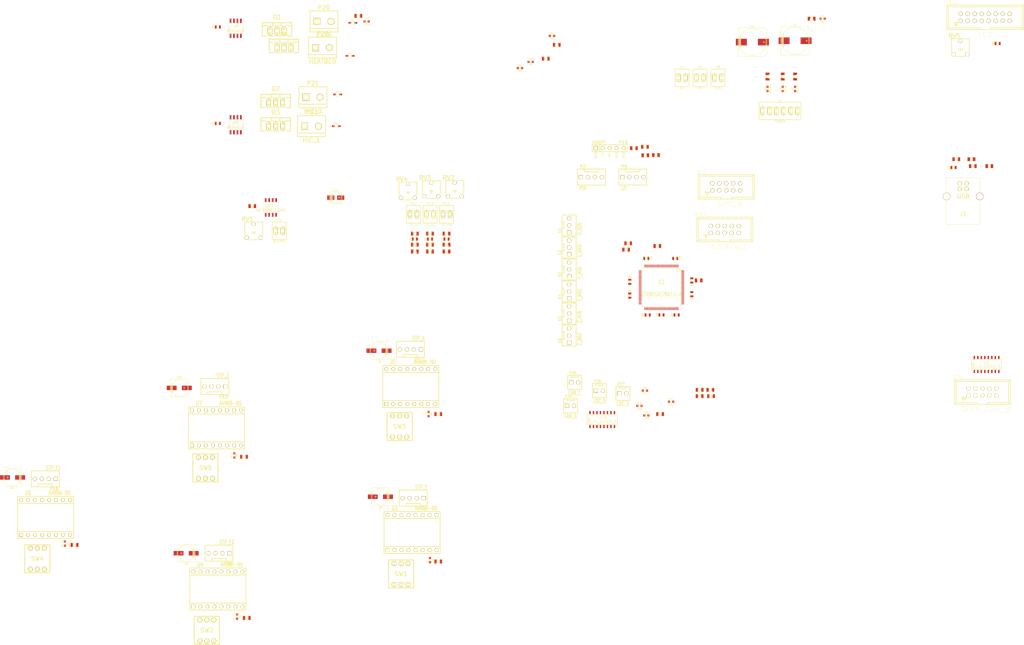
<source format=kicad_pcb>
(kicad_pcb (version 3) (host pcbnew "(2014-04-22 BZR 4817)-product")
  (layers (15 F.Cu signal) (0 B.Cu signal) (18 B.Paste user) (19 F.Paste user) (20 B.SilkS user) (21 F.SilkS user) (22 B.Mask user) (23 F.Mask user) (28 Edge.Cuts user))
  (net 0 "")
  (net 1 +12V)
  (net 2 GND)
  (net 3 +3.3V)
  (net 4 "Net-(C12-Pad1)")
  (net 5 "Net-(C13-Pad1)")
  (net 6 "Net-(C13-Pad2)")
  (net 7 /TH_HB)
  (net 8 /TH_EX)
  (net 9 /TH_HO)
  (net 10 +5V)
  (net 11 "Net-(D1-Pad1)")
  (net 12 "Net-(D1-Pad2)")
  (net 13 "Net-(D2-Pad2)")
  (net 14 "Net-(D3-Pad2)")
  (net 15 "Net-(D4-Pad2)")
  (net 16 "Net-(D5-Pad2)")
  (net 17 "Net-(D6-Pad2)")
  (net 18 "Net-(D7-Pad2)")
  (net 19 "Net-(D8-Pad2)")
  (net 20 "Net-(D9-Pad2)")
  (net 21 "Net-(D10-Pad1)")
  (net 22 "Net-(D10-Pad2)")
  (net 23 "Net-(D11-Pad1)")
  (net 24 "Net-(D11-Pad2)")
  (net 25 "Net-(D14-Pad1)")
  (net 26 "Net-(D14-Pad2)")
  (net 27 "Net-(D15-Pad1)")
  (net 28 "Net-(D15-Pad2)")
  (net 29 "Net-(D18-Pad1)")
  (net 30 "Net-(D18-Pad2)")
  (net 31 "Net-(D19-Pad1)")
  (net 32 "Net-(D19-Pad2)")
  (net 33 "Net-(D20-Pad1)")
  (net 34 "Net-(D20-Pad2)")
  (net 35 "Net-(D21-Pad1)")
  (net 36 "Net-(D21-Pad2)")
  (net 37 /LCD_D1)
  (net 38 /LCD_D2)
  (net 39 /LCD_D3)
  (net 40 /LCD_D4)
  (net 41 /LCD_D5)
  (net 42 /LCD_D6)
  (net 43 /LCD_D7)
  (net 44 "Net-(IC1-Pad85)")
  (net 45 "Net-(IC1-Pad86)")
  (net 46 "Net-(IC1-Pad88)")
  (net 47 "Net-(IC1-Pad89)")
  (net 48 "Net-(IC1-Pad90)")
  (net 49 "Net-(IC1-Pad91)")
  (net 50 "Net-(IC1-Pad92)")
  (net 51 /LCD_D0)
  (net 52 "Net-(IC1-Pad51)")
  (net 53 "Net-(IC1-Pad52)")
  (net 54 /BEEPER)
  (net 55 /TWIC-SDA)
  (net 56 /TWIC-SCL)
  (net 57 /LCD_EN)
  (net 58 /LCD_RS)
  (net 59 "Net-(IC1-Pad19)")
  (net 60 /USARTC1-XCK1)
  (net 61 /USARTC1-RXD1)
  (net 62 /USARTC1-TXD1)
  (net 63 "Net-(IC1-Pad31)")
  (net 64 "Net-(IC1-Pad32)")
  (net 65 /heater-fan-driver/IN_EXTR)
  (net 66 /heater-fan-driver/IN_HEATBED)
  (net 67 /heater-fan-driver/IN_HIC_0)
  (net 68 /heater-fan-driver/IN_HIC_1)
  (net 69 /heater-fan-driver/IN_LOC_0)
  (net 70 /heater-fan-driver/IN_LOC_1)
  (net 71 /heater-fan-driver/IN_FAN_0)
  (net 72 /heater-fan-driver/IN_FAN_1)
  (net 73 /X_MIN)
  (net 74 /X_MAX)
  (net 75 /Y_MIN)
  (net 76 /Y_MAX)
  (net 77 /Z_MIN)
  (net 78 /Z_MAX)
  (net 79 "Net-(J1-Pad1)")
  (net 80 "Net-(P5-Pad1)")
  (net 81 "Net-(P5-Pad2)")
  (net 82 "Net-(P5-Pad3)")
  (net 83 "Net-(P5-Pad4)")
  (net 84 "Net-(P5-Pad5)")
  (net 85 "Net-(P5-Pad6)")
  (net 86 "Net-(P5-Pad7)")
  (net 87 "Net-(P11-Pad2)")
  (net 88 "Net-(P12-Pad2)")
  (net 89 "Net-(P13-Pad2)")
  (net 90 /LCD_CONTR)
  (net 91 "Net-(Q1-PadG)")
  (net 92 "Net-(Q2-PadG)")
  (net 93 "Net-(Q3-PadG)")
  (net 94 "Net-(Q4-PadG)")
  (net 95 "Net-(R10-Pad1)")
  (net 96 "Net-(RV1-Pad3)")
  (net 97 "Net-(RV2-Pad3)")
  (net 98 "Net-(RV3-Pad3)")
  (net 99 "Net-(RV4-Pad3)")
  (net 100 "Net-(U2-Pad10)")
  (net 101 Y-DIR)
  (net 102 Y-STEP)
  (net 103 Y-EN)
  (net 104 E0-DIR)
  (net 105 E0-STEP)
  (net 106 E0-EN)
  (net 107 X-DIR)
  (net 108 X-STEP)
  (net 109 X-EN)
  (net 110 E1-DIR)
  (net 111 E1-STEP)
  (net 112 E1-EN)
  (net 113 Z-DIR)
  (net 114 Z-STEP)
  (net 115 Z-EN)
  (net 116 "Net-(U8-Pad8)")
  (net 117 "Net-(U8-Pad1)")
  (net 118 "Net-(U9-Pad8)")
  (net 119 "Net-(U9-Pad1)")
  (net 120 "Net-(U10-Pad11)")
  (net 121 "Net-(U10-Pad13)")
  (net 122 "Net-(U10-Pad15)")
  (net 123 /INTERF3)
  (net 124 /INTERF1)
  (net 125 /INTERF2)
  (net 126 /INTERF4)
  (net 127 /INTERF5)
  (net 128 /GPIOB_0)
  (net 129 /GPIOB_1)
  (net 130 /GPIOB_2)
  (net 131 /GPIOB_3)
  (net 132 /GPIOB_4)
  (net 133 /GPIOB_5)
  (net 134 /GPIOB_6)
  (net 135 /GPIOB_7)
  (net 136 /OCD_1)
  (net 137 /OCD_2)
  (net 138 /OCD_3)
  (net 139 /OCD_4)
  (net 140 /OCD_5)
  (net 141 /OCD_6)
  (net 142 /USB-)
  (net 143 /USB+)
  (net 144 "Net-(SW1-Pad1)")
  (net 145 "Net-(SW1-Pad2)")
  (net 146 "Net-(SW1-Pad3)")
  (net 147 "Net-(SW2-Pad1)")
  (net 148 "Net-(SW2-Pad2)")
  (net 149 "Net-(SW2-Pad3)")
  (net 150 "Net-(SW3-Pad1)")
  (net 151 "Net-(SW3-Pad2)")
  (net 152 "Net-(SW3-Pad3)")
  (net 153 "Net-(SW4-Pad1)")
  (net 154 "Net-(SW4-Pad2)")
  (net 155 "Net-(SW4-Pad3)")
  (net 156 "Net-(SW5-Pad1)")
  (net 157 "Net-(SW5-Pad2)")
  (net 158 "Net-(SW5-Pad3)")
  (net 159 /motortreiber-sub/X1B)
  (net 160 /motortreiber-sub/X1A)
  (net 161 /motortreiber-sub/X2B)
  (net 162 /motortreiber-sub/X2A)
  (net 163 /motortreiber-sub/Y1B)
  (net 164 /motortreiber-sub/Y1A)
  (net 165 /motortreiber-sub/Y2B)
  (net 166 /motortreiber-sub/Y2A)
  (net 167 /motortreiber-sub/E01B)
  (net 168 /motortreiber-sub/E01A)
  (net 169 /motortreiber-sub/E02B)
  (net 170 /motortreiber-sub/E02A)
  (net 171 /motortreiber-sub/E11B)
  (net 172 /motortreiber-sub/E11A)
  (net 173 /motortreiber-sub/E12B)
  (net 174 /motortreiber-sub/E12A)
  (net 175 /motortreiber-sub/Z1B)
  (net 176 /motortreiber-sub/Z1A)
  (net 177 /motortreiber-sub/Z2B)
  (net 178 /motortreiber-sub/Z2A)
  (module Connect:SIL-5 (layer F.Cu) (at 202.5 62.5)
    (fp_text reference P10 (at 3.635 -2.14) (layer F.SilkS) (effects (font (size 1.02974 1.08712) (thickness 0.257435))))
    (fp_text value USART (at -5.28 -2.14) (layer F.SilkS) (effects (font (size 1.024 1.016) (thickness 0.254))))
    (fp_text user 3V3 (at 3.81 2.54 90) (layer F.SilkS) (effects (font (size 0.8 0.8))))
    (fp_text user XCK (at 1.27 2.54 90) (layer F.SilkS) (effects (font (size 0.8 0.8))))
    (fp_text user RX (at -1.27 2.54 90) (layer F.SilkS) (effects (font (size 0.8 0.8))))
    (fp_text user TX (at -3.81 2.54 90) (layer F.SilkS) (effects (font (size 0.8 0.8))))
    (fp_text user GND (at -6.35 2.54 90) (layer F.SilkS) (effects (font (size 0.8 0.8))))
    (pad 1 thru_hole rect (at -6.35 0) (size 1.397 1.397) (drill 0.8128) (layers *.Cu *.Mask F.SilkS) (net 2 GND))
    (pad 2 thru_hole circle (at -3.81 0) (size 1.397 1.397) (drill 0.8128) (layers *.Cu *.Mask F.SilkS) (net 62 /USARTC1-TXD1))
    (pad 3 thru_hole circle (at -1.27 0) (size 1.397 1.397) (drill 0.8128) (layers *.Cu *.Mask F.SilkS) (net 61 /USARTC1-RXD1))
    (pad 4 thru_hole circle (at 1.27 0) (size 1.397 1.397) (drill 0.8128) (layers *.Cu *.Mask F.SilkS) (net 60 /USARTC1-XCK1))
    (pad 5 thru_hole circle (at 3.81 0) (size 1.397 1.397) (drill 0.8128) (layers *.Cu *.Mask F.SilkS) (net 3 +3.3V))
  )
  (module SMD_Packages:SM0603_Capa (layer F.Cu) (at 225.5 123)
    (fp_text reference C4 (at 0 0 90) (layer F.SilkS) (effects (font (size 0.508 0.4572) (thickness 0.1143))))
    (fp_text value 100n (at -1.651 0 90) (layer F.SilkS) (effects (font (size 0.508 0.4572) (thickness 0.1143))))
    (pad 1 smd rect (at -0.762 0) (size 0.635 1.143) (layers F.Cu F.Paste F.Mask) (net 2 GND))
    (pad 2 smd rect (at 0.762 0) (size 0.635 1.143) (layers F.Cu F.Paste F.Mask) (net 3 +3.3V))
  )
  (module SMD_Packages:SM0603_Capa (layer F.Cu) (at 231 115.5 90)
    (fp_text reference C6 (at 0 0 180) (layer F.SilkS) (effects (font (size 0.508 0.4572) (thickness 0.1143))))
    (fp_text value 100n (at -1.651 0 180) (layer F.SilkS) (effects (font (size 0.508 0.4572) (thickness 0.1143))))
    (pad 1 smd rect (at -0.762 0 90) (size 0.635 1.143) (layers F.Cu F.Paste F.Mask) (net 3 +3.3V))
    (pad 2 smd rect (at 0.762 0 90) (size 0.635 1.143) (layers F.Cu F.Paste F.Mask) (net 2 GND))
  )
  (module SMD_Packages:SM0603_Capa (layer F.Cu) (at 231 110.5 90)
    (fp_text reference C7 (at 0 0 180) (layer F.SilkS) (effects (font (size 0.508 0.4572) (thickness 0.1143))))
    (fp_text value 100n (at -1.651 0 180) (layer F.SilkS) (effects (font (size 0.508 0.4572) (thickness 0.1143))))
    (pad 1 smd rect (at -0.762 0 90) (size 0.635 1.143) (layers F.Cu F.Paste F.Mask) (net 2 GND))
    (pad 2 smd rect (at 0.762 0 90) (size 0.635 1.143) (layers F.Cu F.Paste F.Mask) (net 3 +3.3V))
  )
  (module SMD_Packages:SM0603_Capa (layer F.Cu) (at 214.5 102.5 180)
    (fp_text reference C8 (at 0 0 270) (layer F.SilkS) (effects (font (size 0.508 0.4572) (thickness 0.1143))))
    (fp_text value 100n (at -1.651 0 270) (layer F.SilkS) (effects (font (size 0.508 0.4572) (thickness 0.1143))))
    (pad 1 smd rect (at -0.762 0 180) (size 0.635 1.143) (layers F.Cu F.Paste F.Mask) (net 2 GND))
    (pad 2 smd rect (at 0.762 0 180) (size 0.635 1.143) (layers F.Cu F.Paste F.Mask) (net 3 +3.3V))
  )
  (module SMD_Packages:SM0603_Capa (layer F.Cu) (at 208.5 116 270)
    (fp_text reference C9 (at 0 0 360) (layer F.SilkS) (effects (font (size 0.508 0.4572) (thickness 0.1143))))
    (fp_text value 100n (at -1.651 0 360) (layer F.SilkS) (effects (font (size 0.508 0.4572) (thickness 0.1143))))
    (pad 1 smd rect (at -0.762 0 270) (size 0.635 1.143) (layers F.Cu F.Paste F.Mask) (net 2 GND))
    (pad 2 smd rect (at 0.762 0 270) (size 0.635 1.143) (layers F.Cu F.Paste F.Mask) (net 3 +3.3V))
  )
  (module SMD_Packages:SM0603_Capa (layer F.Cu) (at 208.5 111 270)
    (fp_text reference C10 (at 0 0 360) (layer F.SilkS) (effects (font (size 0.508 0.4572) (thickness 0.1143))))
    (fp_text value 100n (at -1.651 0 360) (layer F.SilkS) (effects (font (size 0.508 0.4572) (thickness 0.1143))))
    (pad 1 smd rect (at -0.762 0 270) (size 0.635 1.143) (layers F.Cu F.Paste F.Mask) (net 2 GND))
    (pad 2 smd rect (at 0.762 0 270) (size 0.635 1.143) (layers F.Cu F.Paste F.Mask) (net 3 +3.3V))
  )
  (module SMD_Packages:SM0603_Capa (layer F.Cu) (at 225 102.5 180)
    (fp_text reference C11 (at 0 0 270) (layer F.SilkS) (effects (font (size 0.508 0.4572) (thickness 0.1143))))
    (fp_text value 100n (at -1.651 0 270) (layer F.SilkS) (effects (font (size 0.508 0.4572) (thickness 0.1143))))
    (pad 1 smd rect (at -0.762 0 180) (size 0.635 1.143) (layers F.Cu F.Paste F.Mask) (net 2 GND))
    (pad 2 smd rect (at 0.762 0 180) (size 0.635 1.143) (layers F.Cu F.Paste F.Mask) (net 3 +3.3V))
  )
  (module SMD_Packages:SM0603_Capa (layer F.Cu) (at 326 69.5)
    (fp_text reference C12 (at 0 0 90) (layer F.SilkS) (effects (font (size 0.508 0.4572) (thickness 0.1143))))
    (fp_text value 100n (at -1.651 0 90) (layer F.SilkS) (effects (font (size 0.508 0.4572) (thickness 0.1143))))
    (pad 1 smd rect (at -0.762 0) (size 0.635 1.143) (layers F.Cu F.Paste F.Mask) (net 4 "Net-(C12-Pad1)"))
    (pad 2 smd rect (at 0.762 0) (size 0.635 1.143) (layers F.Cu F.Paste F.Mask) (net 2 GND))
  )
  (module Capacitors_SMD:c_elec_4x5.7 (layer F.Cu) (at 101.79534 80.457336)
    (fp_text reference C13 (at 0 -2.794) (layer F.SilkS) (effects (font (size 0.50038 0.50038) (thickness 0.11938))))
    (fp_text value 10uF hide)
    (pad 1 smd rect (at 1.80086 0) (size 2.60096 1.6002) (layers F.Cu F.Paste F.Mask) (net 5 "Net-(C13-Pad1)"))
    (pad 2 smd rect (at -1.80086 0) (size 2.60096 1.6002) (layers F.Cu F.Paste F.Mask) (net 6 "Net-(C13-Pad2)"))
  )
  (module SMD_Packages:SM0603_Capa (layer F.Cu) (at 142 95.5)
    (fp_text reference C14 (at 0 0 90) (layer F.SilkS) (effects (font (size 0.508 0.4572) (thickness 0.1143))))
    (fp_text value 100n (at -1.651 0 90) (layer F.SilkS) (effects (font (size 0.508 0.4572) (thickness 0.1143))))
    (pad 1 smd rect (at -0.762 0) (size 0.635 1.143) (layers F.Cu F.Paste F.Mask) (net 7 /TH_HB))
    (pad 2 smd rect (at 0.762 0) (size 0.635 1.143) (layers F.Cu F.Paste F.Mask) (net 2 GND))
  )
  (module SMD_Packages:SM0603_Capa (layer F.Cu) (at 130.5 95.5)
    (fp_text reference C15 (at 0 0 90) (layer F.SilkS) (effects (font (size 0.508 0.4572) (thickness 0.1143))))
    (fp_text value 100n (at -1.651 0 90) (layer F.SilkS) (effects (font (size 0.508 0.4572) (thickness 0.1143))))
    (pad 1 smd rect (at -0.762 0) (size 0.635 1.143) (layers F.Cu F.Paste F.Mask) (net 8 /TH_EX))
    (pad 2 smd rect (at 0.762 0) (size 0.635 1.143) (layers F.Cu F.Paste F.Mask) (net 2 GND))
  )
  (module SMD_Packages:SM0603_Capa (layer F.Cu) (at 136 95.5)
    (fp_text reference C16 (at 0 0 90) (layer F.SilkS) (effects (font (size 0.508 0.4572) (thickness 0.1143))))
    (fp_text value 100n (at -1.651 0 90) (layer F.SilkS) (effects (font (size 0.508 0.4572) (thickness 0.1143))))
    (pad 1 smd rect (at -0.762 0) (size 0.635 1.143) (layers F.Cu F.Paste F.Mask) (net 9 /TH_HO))
    (pad 2 smd rect (at 0.762 0) (size 0.635 1.143) (layers F.Cu F.Paste F.Mask) (net 2 GND))
  )
  (module Capacitors_SMD:c_elec_6.3x7.7 (layer F.Cu) (at 118 189 180)
    (fp_text reference C18 (at 0 -3.937 180) (layer F.SilkS) (effects (font (size 0.50038 0.50038) (thickness 0.11938))))
    (fp_text value 100uF hide)
    (pad 1 smd rect (at 2.75082 0 180) (size 3.59918 1.6002) (layers F.Cu F.Paste F.Mask) (net 1 +12V))
    (pad 2 smd rect (at -2.75082 0 180) (size 3.59918 1.6002) (layers F.Cu F.Paste F.Mask) (net 2 GND))
  )
  (module Capacitors_SMD:c_elec_6.3x7.7 (layer F.Cu) (at 47.5 209.5 180)
    (fp_text reference C19 (at 0 -3.937 180) (layer F.SilkS) (effects (font (size 0.50038 0.50038) (thickness 0.11938))))
    (fp_text value 100uF hide)
    (pad 1 smd rect (at 2.75082 0 180) (size 3.59918 1.6002) (layers F.Cu F.Paste F.Mask) (net 1 +12V))
    (pad 2 smd rect (at -2.75082 0 180) (size 3.59918 1.6002) (layers F.Cu F.Paste F.Mask) (net 2 GND))
  )
  (module Capacitors_SMD:c_elec_6.3x7.7 (layer F.Cu) (at 117.5 136 180)
    (fp_text reference C20 (at 0 -3.937 180) (layer F.SilkS) (effects (font (size 0.50038 0.50038) (thickness 0.11938))))
    (fp_text value 100uF hide)
    (pad 1 smd rect (at 2.75082 0 180) (size 3.59918 1.6002) (layers F.Cu F.Paste F.Mask) (net 1 +12V))
    (pad 2 smd rect (at -2.75082 0 180) (size 3.59918 1.6002) (layers F.Cu F.Paste F.Mask) (net 2 GND))
  )
  (module Capacitors_SMD:c_elec_6.3x7.7 (layer F.Cu) (at -15.5 182 180)
    (fp_text reference C21 (at 0 -3.937 180) (layer F.SilkS) (effects (font (size 0.50038 0.50038) (thickness 0.11938))))
    (fp_text value 100uF hide)
    (pad 1 smd rect (at 2.75082 0 180) (size 3.59918 1.6002) (layers F.Cu F.Paste F.Mask) (net 1 +12V))
    (pad 2 smd rect (at -2.75082 0 180) (size 3.59918 1.6002) (layers F.Cu F.Paste F.Mask) (net 2 GND))
  )
  (module LEDs:LED-0603 (layer F.Cu) (at 278.5 15.5)
    (fp_text reference D1 (at 0 -1.016) (layer F.SilkS) (effects (font (size 0.508 0.508) (thickness 0.127))))
    (fp_text value BUSY (at 0 1.016) (layer F.SilkS) (effects (font (size 0.508 0.508) (thickness 0.127))))
    (pad 1 smd rect (at -0.7493 0) (size 0.79756 0.79756) (layers F.Cu F.Paste F.Mask) (net 11 "Net-(D1-Pad1)"))
    (pad 2 smd rect (at 0.7493 0) (size 0.79756 0.79756) (layers F.Cu F.Paste F.Mask) (net 12 "Net-(D1-Pad2)"))
  )
  (module LEDs:LED-0603 (layer F.Cu) (at 268.5 41 90)
    (fp_text reference D2 (at 0 -1.016 90) (layer F.SilkS) (effects (font (size 0.508 0.508) (thickness 0.127))))
    (fp_text value "PRW 12V" (at 0 1.016 90) (layer F.SilkS) (effects (font (size 0.508 0.508) (thickness 0.127))))
    (pad 1 smd rect (at -0.7493 0 90) (size 0.79756 0.79756) (layers F.Cu F.Paste F.Mask) (net 1 +12V))
    (pad 2 smd rect (at 0.7493 0 90) (size 0.79756 0.79756) (layers F.Cu F.Paste F.Mask) (net 13 "Net-(D2-Pad2)"))
  )
  (module LEDs:LED-0603 (layer F.Cu) (at 264 41 90)
    (fp_text reference D3 (at 0 -1.016 90) (layer F.SilkS) (effects (font (size 0.508 0.508) (thickness 0.127))))
    (fp_text value "PWR 5V" (at 0 1.016 90) (layer F.SilkS) (effects (font (size 0.508 0.508) (thickness 0.127))))
    (pad 1 smd rect (at -0.7493 0 90) (size 0.79756 0.79756) (layers F.Cu F.Paste F.Mask) (net 10 +5V))
    (pad 2 smd rect (at 0.7493 0 90) (size 0.79756 0.79756) (layers F.Cu F.Paste F.Mask) (net 14 "Net-(D3-Pad2)"))
  )
  (module LEDs:LED-0603 (layer F.Cu) (at 258.5 41 90)
    (fp_text reference D4 (at 0 -1.016 90) (layer F.SilkS) (effects (font (size 0.508 0.508) (thickness 0.127))))
    (fp_text value "PWR 3V3" (at 0 1.016 90) (layer F.SilkS) (effects (font (size 0.508 0.508) (thickness 0.127))))
    (pad 1 smd rect (at -0.7493 0 90) (size 0.79756 0.79756) (layers F.Cu F.Paste F.Mask) (net 3 +3.3V))
    (pad 2 smd rect (at 0.7493 0 90) (size 0.79756 0.79756) (layers F.Cu F.Paste F.Mask) (net 15 "Net-(D4-Pad2)"))
  )
  (module LEDs:LED-0603 (layer F.Cu) (at 66 232.5 270)
    (fp_text reference D5 (at 0 -1.016 270) (layer F.SilkS) (effects (font (size 0.508 0.508) (thickness 0.127))))
    (fp_text value ST-E0 (at 0 1.016 270) (layer F.SilkS) (effects (font (size 0.508 0.508) (thickness 0.127))))
    (pad 1 smd rect (at -0.7493 0 270) (size 0.79756 0.79756) (layers F.Cu F.Paste F.Mask) (net 105 E0-STEP))
    (pad 2 smd rect (at 0.7493 0 270) (size 0.79756 0.79756) (layers F.Cu F.Paste F.Mask) (net 16 "Net-(D5-Pad2)"))
  )
  (module LEDs:LED-0603 (layer F.Cu) (at 136 212 270)
    (fp_text reference D6 (at 0 -1.016 270) (layer F.SilkS) (effects (font (size 0.508 0.508) (thickness 0.127))))
    (fp_text value ST-Y (at 0 1.016 270) (layer F.SilkS) (effects (font (size 0.508 0.508) (thickness 0.127))))
    (pad 1 smd rect (at -0.7493 0 270) (size 0.79756 0.79756) (layers F.Cu F.Paste F.Mask) (net 102 Y-STEP))
    (pad 2 smd rect (at 0.7493 0 270) (size 0.79756 0.79756) (layers F.Cu F.Paste F.Mask) (net 17 "Net-(D6-Pad2)"))
  )
  (module LEDs:LED-0603 (layer F.Cu) (at 3.5 206 270)
    (fp_text reference D7 (at 0 -1.016 270) (layer F.SilkS) (effects (font (size 0.508 0.508) (thickness 0.127))))
    (fp_text value ST-E1 (at 0 1.016 270) (layer F.SilkS) (effects (font (size 0.508 0.508) (thickness 0.127))))
    (pad 1 smd rect (at -0.7493 0 270) (size 0.79756 0.79756) (layers F.Cu F.Paste F.Mask) (net 111 E1-STEP))
    (pad 2 smd rect (at 0.7493 0 270) (size 0.79756 0.79756) (layers F.Cu F.Paste F.Mask) (net 18 "Net-(D7-Pad2)"))
  )
  (module LEDs:LED-0603 (layer F.Cu) (at 135.5 159 270)
    (fp_text reference D8 (at 0 -1.016 270) (layer F.SilkS) (effects (font (size 0.508 0.508) (thickness 0.127))))
    (fp_text value ST-X (at 0 1.016 360) (layer F.SilkS) (effects (font (size 0.508 0.508) (thickness 0.127))))
    (pad 1 smd rect (at -0.7493 0 270) (size 0.79756 0.79756) (layers F.Cu F.Paste F.Mask) (net 108 X-STEP))
    (pad 2 smd rect (at 0.7493 0 270) (size 0.79756 0.79756) (layers F.Cu F.Paste F.Mask) (net 19 "Net-(D8-Pad2)"))
  )
  (module LEDs:LED-0603 (layer F.Cu) (at 65 174 270)
    (fp_text reference D9 (at 0 -1.016 270) (layer F.SilkS) (effects (font (size 0.508 0.508) (thickness 0.127))))
    (fp_text value ST-Z (at 0 1.016 270) (layer F.SilkS) (effects (font (size 0.508 0.508) (thickness 0.127))))
    (pad 1 smd rect (at -0.7493 0 270) (size 0.79756 0.79756) (layers F.Cu F.Paste F.Mask) (net 114 Z-STEP))
    (pad 2 smd rect (at 0.7493 0 270) (size 0.79756 0.79756) (layers F.Cu F.Paste F.Mask) (net 20 "Net-(D9-Pad2)"))
  )
  (module LEDs:LED-0603 (layer F.Cu) (at 113 16.5)
    (fp_text reference D10 (at 0 -1.016) (layer F.SilkS) (effects (font (size 0.508 0.508) (thickness 0.127))))
    (fp_text value EXTR (at 0 1.016) (layer F.SilkS) (effects (font (size 0.508 0.508) (thickness 0.127))))
    (pad 1 smd rect (at -0.7493 0) (size 0.79756 0.79756) (layers F.Cu F.Paste F.Mask) (net 21 "Net-(D10-Pad1)"))
    (pad 2 smd rect (at 0.7493 0) (size 0.79756 0.79756) (layers F.Cu F.Paste F.Mask) (net 22 "Net-(D10-Pad2)"))
  )
  (module LEDs:LED-0603 (layer F.Cu) (at 168.64208 33.4461)
    (fp_text reference D11 (at 0 -1.016) (layer F.SilkS) (effects (font (size 0.508 0.508) (thickness 0.127))))
    (fp_text value HIC0 (at 0 1.016) (layer F.SilkS) (effects (font (size 0.508 0.508) (thickness 0.127))))
    (pad 1 smd rect (at -0.7493 0) (size 0.79756 0.79756) (layers F.Cu F.Paste F.Mask) (net 23 "Net-(D11-Pad1)"))
    (pad 2 smd rect (at 0.7493 0) (size 0.79756 0.79756) (layers F.Cu F.Paste F.Mask) (net 24 "Net-(D11-Pad2)"))
  )
  (module LEDs:LED-0603 (layer F.Cu) (at 180.27208 21.7461)
    (fp_text reference D14 (at 0 -1.016) (layer F.SilkS) (effects (font (size 0.508 0.508) (thickness 0.127))))
    (fp_text value HIC1 (at 0 1.016) (layer F.SilkS) (effects (font (size 0.508 0.508) (thickness 0.127))))
    (pad 1 smd rect (at -0.7493 0) (size 0.79756 0.79756) (layers F.Cu F.Paste F.Mask) (net 25 "Net-(D14-Pad1)"))
    (pad 2 smd rect (at 0.7493 0) (size 0.79756 0.79756) (layers F.Cu F.Paste F.Mask) (net 26 "Net-(D14-Pad2)"))
  )
  (module LEDs:LED-0603 (layer F.Cu) (at 172.54208 31.1761)
    (fp_text reference D15 (at 0 -1.016) (layer F.SilkS) (effects (font (size 0.508 0.508) (thickness 0.127))))
    (fp_text value HB (at 0 1.016) (layer F.SilkS) (effects (font (size 0.508 0.508) (thickness 0.127))))
    (pad 1 smd rect (at -0.7493 0) (size 0.79756 0.79756) (layers F.Cu F.Paste F.Mask) (net 27 "Net-(D15-Pad1)"))
    (pad 2 smd rect (at 0.7493 0) (size 0.79756 0.79756) (layers F.Cu F.Paste F.Mask) (net 28 "Net-(D15-Pad2)"))
  )
  (module LEDs:LED-0603 (layer F.Cu) (at 212 156)
    (fp_text reference D18 (at 0 -1.016) (layer F.SilkS) (effects (font (size 0.508 0.508) (thickness 0.127))))
    (fp_text value FAN0 (at 0 1.016) (layer F.SilkS) (effects (font (size 0.508 0.508) (thickness 0.127))))
    (pad 1 smd rect (at -0.7493 0) (size 0.79756 0.79756) (layers F.Cu F.Paste F.Mask) (net 29 "Net-(D18-Pad1)"))
    (pad 2 smd rect (at 0.7493 0) (size 0.79756 0.79756) (layers F.Cu F.Paste F.Mask) (net 30 "Net-(D18-Pad2)"))
  )
  (module LEDs:LED-0603 (layer F.Cu) (at 214 150.5)
    (fp_text reference D19 (at 0 -1.016) (layer F.SilkS) (effects (font (size 0.508 0.508) (thickness 0.127))))
    (fp_text value FAN1 (at 0 1.016) (layer F.SilkS) (effects (font (size 0.508 0.508) (thickness 0.127))))
    (pad 1 smd rect (at -0.7493 0) (size 0.79756 0.79756) (layers F.Cu F.Paste F.Mask) (net 31 "Net-(D19-Pad1)"))
    (pad 2 smd rect (at 0.7493 0) (size 0.79756 0.79756) (layers F.Cu F.Paste F.Mask) (net 32 "Net-(D19-Pad2)"))
  )
  (module LEDs:LED-0603 (layer F.Cu) (at 214.5 159.5)
    (fp_text reference D20 (at 0 -1.016) (layer F.SilkS) (effects (font (size 0.508 0.508) (thickness 0.127))))
    (fp_text value LOC0 (at 0 1.016) (layer F.SilkS) (effects (font (size 0.508 0.508) (thickness 0.127))))
    (pad 1 smd rect (at -0.7493 0) (size 0.79756 0.79756) (layers F.Cu F.Paste F.Mask) (net 33 "Net-(D20-Pad1)"))
    (pad 2 smd rect (at 0.7493 0) (size 0.79756 0.79756) (layers F.Cu F.Paste F.Mask) (net 34 "Net-(D20-Pad2)"))
  )
  (module LEDs:LED-0603 (layer F.Cu) (at 223.5 154.5)
    (fp_text reference D21 (at 0 -1.016) (layer F.SilkS) (effects (font (size 0.508 0.508) (thickness 0.127))))
    (fp_text value LOC1 (at 0 1.016) (layer F.SilkS) (effects (font (size 0.508 0.508) (thickness 0.127))))
    (pad 1 smd rect (at -0.7493 0) (size 0.79756 0.79756) (layers F.Cu F.Paste F.Mask) (net 35 "Net-(D21-Pad1)"))
    (pad 2 smd rect (at 0.7493 0) (size 0.79756 0.79756) (layers F.Cu F.Paste F.Mask) (net 36 "Net-(D21-Pad2)"))
  )
  (module SMD_Packages:TQFP_100 (layer F.Cu) (at 220 113)
    (fp_text reference IC1 (at 0 -1.905) (layer F.SilkS) (effects (font (size 1.524 1.016) (thickness 0.2032))))
    (fp_text value ATXMEGA128A1U-A (at 0 2.54) (layer F.SilkS) (effects (font (size 1.524 1.016) (thickness 0.2032))))
    (pad 100 smd rect (at 7.747 -5.9944) (size 1.016 0.254) (layers F.Cu F.Paste F.Mask) (net 123 /INTERF3))
    (pad 76 smd rect (at 7.747 5.9944) (size 1.016 0.254) (layers F.Cu F.Paste F.Mask) (net 37 /LCD_D1))
    (pad 77 smd rect (at 7.747 5.4864) (size 1.016 0.254) (layers F.Cu F.Paste F.Mask) (net 38 /LCD_D2))
    (pad 78 smd rect (at 7.747 5.0038) (size 1.016 0.254) (layers F.Cu F.Paste F.Mask) (net 39 /LCD_D3))
    (pad 79 smd rect (at 7.747 4.4958) (size 1.016 0.254) (layers F.Cu F.Paste F.Mask) (net 40 /LCD_D4))
    (pad 80 smd rect (at 7.747 3.9878) (size 1.016 0.254) (layers F.Cu F.Paste F.Mask) (net 41 /LCD_D5))
    (pad 81 smd rect (at 7.747 3.5052) (size 1.016 0.254) (layers F.Cu F.Paste F.Mask) (net 42 /LCD_D6))
    (pad 82 smd rect (at 7.747 2.9972) (size 1.016 0.254) (layers F.Cu F.Paste F.Mask) (net 43 /LCD_D7))
    (pad 83 smd rect (at 7.747 2.4892) (size 1.016 0.254) (layers F.Cu F.Paste F.Mask) (net 3 +3.3V))
    (pad 84 smd rect (at 7.747 2.0066) (size 1.016 0.254) (layers F.Cu F.Paste F.Mask) (net 2 GND))
    (pad 85 smd rect (at 7.747 1.4986) (size 1.016 0.254) (layers F.Cu F.Paste F.Mask) (net 44 "Net-(IC1-Pad85)"))
    (pad 86 smd rect (at 7.747 0.9906) (size 1.016 0.254) (layers F.Cu F.Paste F.Mask) (net 45 "Net-(IC1-Pad86)"))
    (pad 87 smd rect (at 7.747 0.4826) (size 1.016 0.254) (layers F.Cu F.Paste F.Mask) (net 11 "Net-(D1-Pad1)"))
    (pad 88 smd rect (at 7.747 0) (size 1.016 0.254) (layers F.Cu F.Paste F.Mask) (net 46 "Net-(IC1-Pad88)"))
    (pad 89 smd rect (at 7.747 -0.508) (size 1.016 0.254) (layers F.Cu F.Paste F.Mask) (net 47 "Net-(IC1-Pad89)"))
    (pad 90 smd rect (at 7.747 -1.016) (size 1.016 0.254) (layers F.Cu F.Paste F.Mask) (net 48 "Net-(IC1-Pad90)"))
    (pad 91 smd rect (at 7.747 -1.4986) (size 1.016 0.254) (layers F.Cu F.Paste F.Mask) (net 49 "Net-(IC1-Pad91)"))
    (pad 92 smd rect (at 7.747 -2.0066) (size 1.016 0.254) (layers F.Cu F.Paste F.Mask) (net 50 "Net-(IC1-Pad92)"))
    (pad 93 smd rect (at 7.747 -2.5146) (size 1.016 0.254) (layers F.Cu F.Paste F.Mask) (net 2 GND))
    (pad 94 smd rect (at 7.747 -2.9972) (size 1.016 0.254) (layers F.Cu F.Paste F.Mask) (net 3 +3.3V))
    (pad 95 smd rect (at 7.747 -3.5052) (size 1.016 0.254) (layers F.Cu F.Paste F.Mask) (net 7 /TH_HB))
    (pad 96 smd rect (at 7.747 -4.0132) (size 1.016 0.254) (layers F.Cu F.Paste F.Mask) (net 8 /TH_EX))
    (pad 97 smd rect (at 7.747 -4.4958) (size 1.016 0.254) (layers F.Cu F.Paste F.Mask) (net 9 /TH_HO))
    (pad 98 smd rect (at 7.747 -5.0038) (size 1.016 0.254) (layers F.Cu F.Paste F.Mask) (net 124 /INTERF1))
    (pad 99 smd rect (at 7.747 -5.5118) (size 1.016 0.254) (layers F.Cu F.Paste F.Mask) (net 125 /INTERF2))
    (pad 75 smd rect (at 5.9944 7.747) (size 0.254 1.016) (layers F.Cu F.Paste F.Mask) (net 51 /LCD_D0))
    (pad 51 smd rect (at -5.9944 7.747) (size 0.254 1.016) (layers F.Cu F.Paste F.Mask) (net 52 "Net-(IC1-Pad51)"))
    (pad 52 smd rect (at -5.4864 7.747) (size 0.254 1.016) (layers F.Cu F.Paste F.Mask) (net 53 "Net-(IC1-Pad52)"))
    (pad 53 smd rect (at -5.0038 7.747) (size 0.254 1.016) (layers F.Cu F.Paste F.Mask) (net 2 GND))
    (pad 54 smd rect (at -4.4958 7.747) (size 0.254 1.016) (layers F.Cu F.Paste F.Mask) (net 3 +3.3V))
    (pad 55 smd rect (at -3.9878 7.747) (size 0.254 1.016) (layers F.Cu F.Paste F.Mask) (net 107 X-DIR))
    (pad 56 smd rect (at -3.5052 7.747) (size 0.254 1.016) (layers F.Cu F.Paste F.Mask) (net 101 Y-DIR))
    (pad 57 smd rect (at -2.9972 7.747) (size 0.254 1.016) (layers F.Cu F.Paste F.Mask) (net 113 Z-DIR))
    (pad 58 smd rect (at -2.4892 7.747) (size 0.254 1.016) (layers F.Cu F.Paste F.Mask) (net 105 E0-STEP))
    (pad 59 smd rect (at -2.0066 7.747) (size 0.254 1.016) (layers F.Cu F.Paste F.Mask) (net 111 E1-STEP))
    (pad 60 smd rect (at -1.4986 7.747) (size 0.254 1.016) (layers F.Cu F.Paste F.Mask) (net 108 X-STEP))
    (pad 61 smd rect (at -0.9906 7.747) (size 0.254 1.016) (layers F.Cu F.Paste F.Mask) (net 102 Y-STEP))
    (pad 62 smd rect (at -0.4826 7.747) (size 0.254 1.016) (layers F.Cu F.Paste F.Mask) (net 114 Z-STEP))
    (pad 63 smd rect (at 0 7.747) (size 0.254 1.016) (layers F.Cu F.Paste F.Mask) (net 2 GND))
    (pad 64 smd rect (at 0.508 7.747) (size 0.254 1.016) (layers F.Cu F.Paste F.Mask) (net 3 +3.3V))
    (pad 65 smd rect (at 1.016 7.747) (size 0.254 1.016) (layers F.Cu F.Paste F.Mask) (net 106 E0-EN))
    (pad 66 smd rect (at 1.4986 7.747) (size 0.254 1.016) (layers F.Cu F.Paste F.Mask) (net 112 E1-EN))
    (pad 67 smd rect (at 2.0066 7.747) (size 0.254 1.016) (layers F.Cu F.Paste F.Mask) (net 109 X-EN))
    (pad 68 smd rect (at 2.5146 7.747) (size 0.254 1.016) (layers F.Cu F.Paste F.Mask) (net 103 Y-EN))
    (pad 69 smd rect (at 2.9972 7.747) (size 0.254 1.016) (layers F.Cu F.Paste F.Mask) (net 115 Z-EN))
    (pad 70 smd rect (at 3.5052 7.747) (size 0.254 1.016) (layers F.Cu F.Paste F.Mask) (net 104 E0-DIR))
    (pad 71 smd rect (at 4.0132 7.747) (size 0.254 1.016) (layers F.Cu F.Paste F.Mask) (net 110 E1-DIR))
    (pad 72 smd rect (at 4.4958 7.747) (size 0.254 1.016) (layers F.Cu F.Paste F.Mask) (net 54 /BEEPER))
    (pad 73 smd rect (at 5.0038 7.747) (size 0.254 1.016) (layers F.Cu F.Paste F.Mask) (net 2 GND))
    (pad 74 smd rect (at 5.5118 7.747) (size 0.254 1.016) (layers F.Cu F.Paste F.Mask) (net 3 +3.3V))
    (pad 1 smd rect (at 5.9944 -7.747) (size 0.254 1.016) (layers F.Cu F.Paste F.Mask) (net 126 /INTERF4))
    (pad 2 smd rect (at 5.4864 -7.747) (size 0.254 1.016) (layers F.Cu F.Paste F.Mask) (net 127 /INTERF5))
    (pad 3 smd rect (at 5.0038 -7.747) (size 0.254 1.016) (layers F.Cu F.Paste F.Mask) (net 2 GND))
    (pad 4 smd rect (at 4.4958 -7.747) (size 0.254 1.016) (layers F.Cu F.Paste F.Mask) (net 3 +3.3V))
    (pad 5 smd rect (at 3.9878 -7.747) (size 0.254 1.016) (layers F.Cu F.Paste F.Mask) (net 128 /GPIOB_0))
    (pad 6 smd rect (at 3.5052 -7.747) (size 0.254 1.016) (layers F.Cu F.Paste F.Mask) (net 129 /GPIOB_1))
    (pad 7 smd rect (at 2.9972 -7.747) (size 0.254 1.016) (layers F.Cu F.Paste F.Mask) (net 130 /GPIOB_2))
    (pad 8 smd rect (at 2.4892 -7.747) (size 0.254 1.016) (layers F.Cu F.Paste F.Mask) (net 131 /GPIOB_3))
    (pad 9 smd rect (at 2.0066 -7.747) (size 0.254 1.016) (layers F.Cu F.Paste F.Mask) (net 132 /GPIOB_4))
    (pad 10 smd rect (at 1.4986 -7.747) (size 0.254 1.016) (layers F.Cu F.Paste F.Mask) (net 133 /GPIOB_5))
    (pad 11 smd rect (at 0.9906 -7.747) (size 0.254 1.016) (layers F.Cu F.Paste F.Mask) (net 134 /GPIOB_6))
    (pad 12 smd rect (at 0.4826 -7.747) (size 0.254 1.016) (layers F.Cu F.Paste F.Mask) (net 135 /GPIOB_7))
    (pad 13 smd rect (at 0 -7.747) (size 0.254 1.016) (layers F.Cu F.Paste F.Mask) (net 2 GND))
    (pad 14 smd rect (at -0.508 -7.747) (size 0.254 1.016) (layers F.Cu F.Paste F.Mask) (net 3 +3.3V))
    (pad 15 smd rect (at -1.016 -7.747) (size 0.254 1.016) (layers F.Cu F.Paste F.Mask) (net 55 /TWIC-SDA))
    (pad 16 smd rect (at -1.4986 -7.747) (size 0.254 1.016) (layers F.Cu F.Paste F.Mask) (net 56 /TWIC-SCL))
    (pad 17 smd rect (at -2.0066 -7.747) (size 0.254 1.016) (layers F.Cu F.Paste F.Mask) (net 57 /LCD_EN))
    (pad 18 smd rect (at -2.5146 -7.747) (size 0.254 1.016) (layers F.Cu F.Paste F.Mask) (net 58 /LCD_RS))
    (pad 19 smd rect (at -2.9972 -7.747) (size 0.254 1.016) (layers F.Cu F.Paste F.Mask) (net 59 "Net-(IC1-Pad19)"))
    (pad 20 smd rect (at -3.5052 -7.747) (size 0.254 1.016) (layers F.Cu F.Paste F.Mask) (net 60 /USARTC1-XCK1))
    (pad 21 smd rect (at -4.0132 -7.747) (size 0.254 1.016) (layers F.Cu F.Paste F.Mask) (net 61 /USARTC1-RXD1))
    (pad 22 smd rect (at -4.4958 -7.747) (size 0.254 1.016) (layers F.Cu F.Paste F.Mask) (net 62 /USARTC1-TXD1))
    (pad 23 smd rect (at -5.0038 -7.747) (size 0.254 1.016) (layers F.Cu F.Paste F.Mask) (net 2 GND))
    (pad 24 smd rect (at -5.5118 -7.747) (size 0.254 1.016) (layers F.Cu F.Paste F.Mask) (net 3 +3.3V))
    (pad 25 smd rect (at -5.9944 -7.747) (size 0.254 1.016) (layers F.Cu F.Paste F.Mask) (net 136 /OCD_1))
    (pad 26 smd rect (at -7.747 -5.9944) (size 1.016 0.254) (layers F.Cu F.Paste F.Mask) (net 137 /OCD_2))
    (pad 27 smd rect (at -7.747 -5.4864) (size 1.016 0.254) (layers F.Cu F.Paste F.Mask) (net 138 /OCD_3))
    (pad 28 smd rect (at -7.747 -5.0038) (size 1.016 0.254) (layers F.Cu F.Paste F.Mask) (net 139 /OCD_4))
    (pad 29 smd rect (at -7.747 -4.4958) (size 1.016 0.254) (layers F.Cu F.Paste F.Mask) (net 140 /OCD_5))
    (pad 30 smd rect (at -7.747 -3.9878) (size 1.016 0.254) (layers F.Cu F.Paste F.Mask) (net 141 /OCD_6))
    (pad 31 smd rect (at -7.747 -3.5052) (size 1.016 0.254) (layers F.Cu F.Paste F.Mask) (net 63 "Net-(IC1-Pad31)"))
    (pad 32 smd rect (at -7.747 -2.9972) (size 1.016 0.254) (layers F.Cu F.Paste F.Mask) (net 64 "Net-(IC1-Pad32)"))
    (pad 33 smd rect (at -7.747 -2.4892) (size 1.016 0.254) (layers F.Cu F.Paste F.Mask) (net 2 GND))
    (pad 34 smd rect (at -7.747 -2.0066) (size 1.016 0.254) (layers F.Cu F.Paste F.Mask) (net 3 +3.3V))
    (pad 35 smd rect (at -7.747 -1.4986) (size 1.016 0.254) (layers F.Cu F.Paste F.Mask) (net 65 /heater-fan-driver/IN_EXTR))
    (pad 36 smd rect (at -7.747 -0.9906) (size 1.016 0.254) (layers F.Cu F.Paste F.Mask) (net 66 /heater-fan-driver/IN_HEATBED))
    (pad 37 smd rect (at -7.747 -0.4826) (size 1.016 0.254) (layers F.Cu F.Paste F.Mask) (net 67 /heater-fan-driver/IN_HIC_0))
    (pad 38 smd rect (at -7.747 0) (size 1.016 0.254) (layers F.Cu F.Paste F.Mask) (net 68 /heater-fan-driver/IN_HIC_1))
    (pad 39 smd rect (at -7.747 0.508) (size 1.016 0.254) (layers F.Cu F.Paste F.Mask) (net 69 /heater-fan-driver/IN_LOC_0))
    (pad 40 smd rect (at -7.747 1.016) (size 1.016 0.254) (layers F.Cu F.Paste F.Mask) (net 70 /heater-fan-driver/IN_LOC_1))
    (pad 41 smd rect (at -7.747 1.4986) (size 1.016 0.254) (layers F.Cu F.Paste F.Mask) (net 71 /heater-fan-driver/IN_FAN_0))
    (pad 42 smd rect (at -7.747 2.0066) (size 1.016 0.254) (layers F.Cu F.Paste F.Mask) (net 72 /heater-fan-driver/IN_FAN_1))
    (pad 43 smd rect (at -7.747 2.5146) (size 1.016 0.254) (layers F.Cu F.Paste F.Mask) (net 2 GND))
    (pad 44 smd rect (at -7.747 2.9972) (size 1.016 0.254) (layers F.Cu F.Paste F.Mask) (net 3 +3.3V))
    (pad 45 smd rect (at -7.747 3.5052) (size 1.016 0.254) (layers F.Cu F.Paste F.Mask) (net 73 /X_MIN))
    (pad 46 smd rect (at -7.747 4.0132) (size 1.016 0.254) (layers F.Cu F.Paste F.Mask) (net 74 /X_MAX))
    (pad 47 smd rect (at -7.747 4.4958) (size 1.016 0.254) (layers F.Cu F.Paste F.Mask) (net 75 /Y_MIN))
    (pad 48 smd rect (at -7.747 5.0038) (size 1.016 0.254) (layers F.Cu F.Paste F.Mask) (net 76 /Y_MAX))
    (pad 49 smd rect (at -7.747 5.5118) (size 1.016 0.254) (layers F.Cu F.Paste F.Mask) (net 77 /Z_MIN))
    (pad 50 smd rect (at -7.747 5.9944) (size 1.016 0.254) (layers F.Cu F.Paste F.Mask) (net 78 /Z_MAX))
  )
  (module Connect:USB_B (layer F.Cu) (at 329.5 80)
    (fp_text reference J1 (at 0 6.35) (layer F.SilkS) (effects (font (thickness 0.3048))))
    (fp_text value USB (at 0 0) (layer F.SilkS) (effects (font (thickness 0.3048))))
    (pad 1 thru_hole circle (at 1.27 -4.699) (size 1.524 1.524) (drill 0.8128) (layers *.Cu *.Mask F.SilkS) (net 79 "Net-(J1-Pad1)"))
    (pad 2 thru_hole circle (at -1.27 -4.699) (size 1.524 1.524) (drill 0.8128) (layers *.Cu *.Mask F.SilkS) (net 142 /USB-))
    (pad 3 thru_hole circle (at -1.27 -2.70002) (size 1.524 1.524) (drill 0.8128) (layers *.Cu *.Mask F.SilkS) (net 143 /USB+))
    (pad 4 thru_hole circle (at 1.27 -2.70002) (size 1.524 1.524) (drill 0.8128) (layers *.Cu *.Mask F.SilkS) (net 2 GND))
    (pad 5 np_thru_hole circle (at 5.99948 0) (size 2.70002 2.70002) (drill 2.30124) (layers *.Cu *.SilkS *.Mask) (net 4 "Net-(C12-Pad1)"))
    (pad 6 thru_hole circle (at -5.99948 0) (size 2.70002 2.70002) (drill 2.30124) (layers *.Cu *.Mask F.SilkS) (net 4 "Net-(C12-Pad1)"))
  )
  (module Connect:PINHEAD1-6 (layer F.Cu) (at 263 49)
    (fp_text reference P1 (at 0 -3.75) (layer F.SilkS) (effects (font (size 0.8 0.8) (thickness 0.12))))
    (fp_text value POWER (at 0 3.81) (layer F.SilkS) (effects (font (size 0.8 0.8) (thickness 0.12))))
    (pad 1 thru_hole oval (at -6.35 0) (size 1.50622 3.01498) (drill 0.99822) (layers *.Cu *.Mask F.SilkS) (net 2 GND))
    (pad 2 thru_hole oval (at -3.81 0) (size 1.50622 3.01498) (drill 0.99822) (layers *.Cu *.Mask F.SilkS) (net 3 +3.3V))
    (pad 3 thru_hole oval (at -1.27 0) (size 1.50622 3.01498) (drill 0.99822) (layers *.Cu *.Mask F.SilkS) (net 2 GND))
    (pad 4 thru_hole oval (at 1.27 0) (size 1.50622 3.01498) (drill 0.99822) (layers *.Cu *.Mask F.SilkS) (net 10 +5V))
    (pad 5 thru_hole oval (at 3.81 0) (size 1.50622 3.01498) (drill 0.99822) (layers *.Cu *.Mask F.SilkS) (net 2 GND))
    (pad 6 thru_hole oval (at 6.35 0) (size 1.50622 3.01498) (drill 0.99822) (layers *.Cu *.Mask F.SilkS) (net 1 +12V))
  )
  (module Connect:VASCH5x2 (layer F.Cu) (at 243.5 76.5)
    (fp_text reference P3 (at -8.89 -5.08) (layer F.SilkS) (effects (font (size 1.778 1.778) (thickness 0.0889))))
    (fp_text value GPIO_B (at 1.27 6.35) (layer F.SilkS) (effects (font (size 1.778 1.778) (thickness 0.0889))))
    (pad 1 thru_hole circle (at -5.08 1.27) (size 1.50622 1.50622) (drill 0.99822) (layers *.Cu F.Paste F.SilkS F.Mask) (net 3 +3.3V))
    (pad 2 thru_hole circle (at -5.08 -1.27) (size 1.50622 1.50622) (drill 0.99822) (layers *.Cu F.Paste F.SilkS F.Mask) (net 128 /GPIOB_0))
    (pad 3 thru_hole circle (at -2.54 1.27) (size 1.50622 1.50622) (drill 0.99822) (layers *.Cu F.Paste F.SilkS F.Mask) (net 129 /GPIOB_1))
    (pad 4 thru_hole circle (at -2.54 -1.27) (size 1.50622 1.50622) (drill 0.99822) (layers *.Cu F.Paste F.SilkS F.Mask) (net 130 /GPIOB_2))
    (pad 5 thru_hole circle (at 0 1.27) (size 1.50622 1.50622) (drill 0.99822) (layers *.Cu F.Paste F.SilkS F.Mask) (net 131 /GPIOB_3))
    (pad 6 thru_hole circle (at 0 -1.27) (size 1.50622 1.50622) (drill 0.99822) (layers *.Cu F.Paste F.SilkS F.Mask) (net 132 /GPIOB_4))
    (pad 7 thru_hole circle (at 2.54 1.27) (size 1.50622 1.50622) (drill 0.99822) (layers *.Cu F.Paste F.SilkS F.Mask) (net 133 /GPIOB_5))
    (pad 8 thru_hole circle (at 2.54 -1.27) (size 1.50622 1.50622) (drill 0.99822) (layers *.Cu F.Paste F.SilkS F.Mask) (net 134 /GPIOB_6))
    (pad 9 thru_hole circle (at 5.08 1.27) (size 1.50622 1.50622) (drill 0.99822) (layers *.Cu F.Paste F.SilkS F.Mask) (net 135 /GPIOB_7))
    (pad 10 thru_hole circle (at 5.08 -1.27) (size 1.50622 1.50622) (drill 0.99822) (layers *.Cu F.Paste F.SilkS F.Mask) (net 2 GND))
  )
  (module Connect:PINHEAD1-2 (layer F.Cu) (at 81.301001 92.524)
    (fp_text reference P4 (at 0 -3.9) (layer F.SilkS) (effects (font (size 0.8 0.8) (thickness 0.12))))
    (fp_text value BEEPER (at 0 3.81) (layer F.SilkS) (effects (font (size 0.8 0.8) (thickness 0.12))))
    (pad 1 thru_hole oval (at -1.27 0) (size 1.50622 3.01498) (drill 0.99822) (layers *.Cu *.Mask F.SilkS) (net 6 "Net-(C13-Pad2)"))
    (pad 2 thru_hole oval (at 1.27 0) (size 1.50622 3.01498) (drill 0.99822) (layers *.Cu *.Mask F.SilkS) (net 2 GND))
  )
  (module Connect:VASCH5x2 (layer F.Cu) (at 336.5 151)
    (fp_text reference P5 (at -8.89 -5.08) (layer F.SilkS) (effects (font (size 1.778 1.778) (thickness 0.0889))))
    (fp_text value OPEN_COLL_D (at 1.27 6.35) (layer F.SilkS) (effects (font (size 1.778 1.778) (thickness 0.0889))))
    (pad 1 thru_hole circle (at -5.08 1.27) (size 1.50622 1.50622) (drill 0.99822) (layers *.Cu F.Paste F.SilkS F.Mask) (net 80 "Net-(P5-Pad1)"))
    (pad 2 thru_hole circle (at -5.08 -1.27) (size 1.50622 1.50622) (drill 0.99822) (layers *.Cu F.Paste F.SilkS F.Mask) (net 81 "Net-(P5-Pad2)"))
    (pad 3 thru_hole circle (at -2.54 1.27) (size 1.50622 1.50622) (drill 0.99822) (layers *.Cu F.Paste F.SilkS F.Mask) (net 82 "Net-(P5-Pad3)"))
    (pad 4 thru_hole circle (at -2.54 -1.27) (size 1.50622 1.50622) (drill 0.99822) (layers *.Cu F.Paste F.SilkS F.Mask) (net 83 "Net-(P5-Pad4)"))
    (pad 5 thru_hole circle (at 0 1.27) (size 1.50622 1.50622) (drill 0.99822) (layers *.Cu F.Paste F.SilkS F.Mask) (net 84 "Net-(P5-Pad5)"))
    (pad 6 thru_hole circle (at 0 -1.27) (size 1.50622 1.50622) (drill 0.99822) (layers *.Cu F.Paste F.SilkS F.Mask) (net 85 "Net-(P5-Pad6)"))
    (pad 7 thru_hole circle (at 2.54 1.27) (size 1.50622 1.50622) (drill 0.99822) (layers *.Cu F.Paste F.SilkS F.Mask) (net 86 "Net-(P5-Pad7)"))
    (pad 8 thru_hole circle (at 2.54 -1.27) (size 1.50622 1.50622) (drill 0.99822) (layers *.Cu F.Paste F.SilkS F.Mask) (net 2 GND))
    (pad 9 thru_hole circle (at 5.08 1.27) (size 1.50622 1.50622) (drill 0.99822) (layers *.Cu F.Paste F.SilkS F.Mask))
    (pad 10 thru_hole circle (at 5.08 -1.27) (size 1.50622 1.50622) (drill 0.99822) (layers *.Cu F.Paste F.SilkS F.Mask))
  )
  (module Connect:PINHEAD1-2 (layer F.Cu) (at 234 37)
    (fp_text reference P6 (at 0 -3.9) (layer F.SilkS) (effects (font (size 0.8 0.8) (thickness 0.12))))
    (fp_text value 12V (at 0 3.81) (layer F.SilkS) (effects (font (size 0.8 0.8) (thickness 0.12))))
    (pad 1 thru_hole oval (at -1.27 0) (size 1.50622 3.01498) (drill 0.99822) (layers *.Cu *.Mask F.SilkS) (net 2 GND))
    (pad 2 thru_hole oval (at 1.27 0) (size 1.50622 3.01498) (drill 0.99822) (layers *.Cu *.Mask F.SilkS) (net 1 +12V))
  )
  (module Connect:PINHEAD1-2 (layer F.Cu) (at 227.5 37)
    (fp_text reference P7 (at 0 -3.9) (layer F.SilkS) (effects (font (size 0.8 0.8) (thickness 0.12))))
    (fp_text value 5V (at 0 3.81) (layer F.SilkS) (effects (font (size 0.8 0.8) (thickness 0.12))))
    (pad 1 thru_hole oval (at -1.27 0) (size 1.50622 3.01498) (drill 0.99822) (layers *.Cu *.Mask F.SilkS) (net 2 GND))
    (pad 2 thru_hole oval (at 1.27 0) (size 1.50622 3.01498) (drill 0.99822) (layers *.Cu *.Mask F.SilkS) (net 10 +5V))
  )
  (module Connect:PINHEAD1-2 (layer F.Cu) (at 240.5 37)
    (fp_text reference P8 (at 0 -3.9) (layer F.SilkS) (effects (font (size 0.8 0.8) (thickness 0.12))))
    (fp_text value 3.3V (at 0 3.81) (layer F.SilkS) (effects (font (size 0.8 0.8) (thickness 0.12))))
    (pad 1 thru_hole oval (at -1.27 0) (size 1.50622 3.01498) (drill 0.99822) (layers *.Cu *.Mask F.SilkS) (net 2 GND))
    (pad 2 thru_hole oval (at 1.27 0) (size 1.50622 3.01498) (drill 0.99822) (layers *.Cu *.Mask F.SilkS) (net 3 +3.3V))
  )
  (module Connect:PINHEAD1-2 (layer F.Cu) (at 142 86.5)
    (fp_text reference P11 (at 0 -3.9) (layer F.SilkS) (effects (font (size 0.8 0.8) (thickness 0.12))))
    (fp_text value TH_HB (at 0 3.81) (layer F.SilkS) (effects (font (size 0.8 0.8) (thickness 0.12))))
    (pad 1 thru_hole oval (at -1.27 0) (size 1.50622 3.01498) (drill 0.99822) (layers *.Cu *.Mask F.SilkS) (net 2 GND))
    (pad 2 thru_hole oval (at 1.27 0) (size 1.50622 3.01498) (drill 0.99822) (layers *.Cu *.Mask F.SilkS) (net 87 "Net-(P11-Pad2)"))
  )
  (module Connect:PINHEAD1-2 (layer F.Cu) (at 130 86.5)
    (fp_text reference P12 (at 0 -3.9) (layer F.SilkS) (effects (font (size 0.8 0.8) (thickness 0.12))))
    (fp_text value TH_EX (at 0 3.81) (layer F.SilkS) (effects (font (size 0.8 0.8) (thickness 0.12))))
    (pad 1 thru_hole oval (at -1.27 0) (size 1.50622 3.01498) (drill 0.99822) (layers *.Cu *.Mask F.SilkS) (net 2 GND))
    (pad 2 thru_hole oval (at 1.27 0) (size 1.50622 3.01498) (drill 0.99822) (layers *.Cu *.Mask F.SilkS) (net 88 "Net-(P12-Pad2)"))
  )
  (module Connect:PINHEAD1-2 (layer F.Cu) (at 136 86.5)
    (fp_text reference P13 (at 0 -3.9) (layer F.SilkS) (effects (font (size 0.8 0.8) (thickness 0.12))))
    (fp_text value TH_HO (at 0 3.81) (layer F.SilkS) (effects (font (size 0.8 0.8) (thickness 0.12))))
    (pad 1 thru_hole oval (at -1.27 0) (size 1.50622 3.01498) (drill 0.99822) (layers *.Cu *.Mask F.SilkS) (net 2 GND))
    (pad 2 thru_hole oval (at 1.27 0) (size 1.50622 3.01498) (drill 0.99822) (layers *.Cu *.Mask F.SilkS) (net 89 "Net-(P13-Pad2)"))
  )
  (module Connect:VASCH8x2 (layer F.Cu) (at 337.5 15)
    (fp_text reference P14 (at -12.7 -5.08) (layer F.SilkS) (effects (font (size 1.778 1.778) (thickness 0.0889))))
    (fp_text value LCD (at 0 6.35) (layer F.SilkS) (effects (font (size 1.778 1.778) (thickness 0.0889))))
    (pad 1 thru_hole circle (at -8.89 1.27) (size 1.50622 1.50622) (drill 0.99822) (layers *.Cu F.Paste F.SilkS F.Mask) (net 2 GND))
    (pad 2 thru_hole circle (at -8.89 -1.27) (size 1.50622 1.50622) (drill 0.99822) (layers *.Cu F.Paste F.SilkS F.Mask) (net 90 /LCD_CONTR))
    (pad 3 thru_hole circle (at -6.35 1.27) (size 1.50622 1.50622) (drill 0.99822) (layers *.Cu F.Paste F.SilkS F.Mask) (net 2 GND))
    (pad 4 thru_hole circle (at -6.35 -1.27) (size 1.50622 1.50622) (drill 0.99822) (layers *.Cu F.Paste F.SilkS F.Mask) (net 43 /LCD_D7))
    (pad 5 thru_hole circle (at -3.81 1.27) (size 1.50622 1.50622) (drill 0.99822) (layers *.Cu F.Paste F.SilkS F.Mask) (net 42 /LCD_D6))
    (pad 6 thru_hole circle (at -3.81 -1.27) (size 1.50622 1.50622) (drill 0.99822) (layers *.Cu F.Paste F.SilkS F.Mask) (net 41 /LCD_D5))
    (pad 7 thru_hole circle (at -1.27 1.27) (size 1.50622 1.50622) (drill 0.99822) (layers *.Cu F.Paste F.SilkS F.Mask) (net 40 /LCD_D4))
    (pad 8 thru_hole circle (at -1.27 -1.27) (size 1.50622 1.50622) (drill 0.99822) (layers *.Cu F.Paste F.SilkS F.Mask) (net 39 /LCD_D3))
    (pad 9 thru_hole circle (at 1.27 1.27) (size 1.50622 1.50622) (drill 0.99822) (layers *.Cu F.Paste F.SilkS F.Mask) (net 38 /LCD_D2))
    (pad 10 thru_hole circle (at 1.27 -1.27) (size 1.50622 1.50622) (drill 0.99822) (layers *.Cu F.Paste F.SilkS F.Mask) (net 37 /LCD_D1))
    (pad 11 thru_hole circle (at 3.81 1.27) (size 1.50622 1.50622) (drill 0.99822) (layers *.Cu F.Paste F.SilkS F.Mask) (net 51 /LCD_D0))
    (pad 12 thru_hole circle (at 3.81 -1.27) (size 1.50622 1.50622) (drill 0.99822) (layers *.Cu F.Paste F.SilkS F.Mask) (net 58 /LCD_RS))
    (pad 13 thru_hole circle (at 6.35 1.27) (size 1.50622 1.50622) (drill 0.99822) (layers *.Cu F.Paste F.SilkS F.Mask) (net 57 /LCD_EN))
    (pad 14 thru_hole circle (at 6.35 -1.27) (size 1.50622 1.50622) (drill 0.99822) (layers *.Cu F.Paste F.SilkS F.Mask) (net 10 +5V))
    (pad 15 thru_hole circle (at 8.89 1.27) (size 1.50622 1.50622) (drill 0.99822) (layers *.Cu F.Paste F.SilkS F.Mask))
    (pad 16 thru_hole circle (at 8.89 -1.27) (size 1.50622 1.50622) (drill 0.99822) (layers *.Cu F.Paste F.SilkS F.Mask))
  )
  (module Connect:bornier2 (layer F.Cu) (at 97.5 16.5)
    (fp_text reference P20 (at 0 -5.08) (layer F.SilkS) (effects (font (thickness 0.3048))))
    (fp_text value EXTR (at 0 5.08) (layer F.SilkS) (effects (font (thickness 0.3048))))
    (pad 1 thru_hole rect (at -2.54 0) (size 2.54 2.54) (drill 1.524) (layers *.Cu *.Mask F.SilkS) (net 1 +12V))
    (pad 2 thru_hole circle (at 2.54 0) (size 2.54 2.54) (drill 1.524) (layers *.Cu *.Mask F.SilkS) (net 22 "Net-(D10-Pad2)"))
  )
  (module Connect:bornier2 (layer F.Cu) (at 93.5 44)
    (fp_text reference P21 (at 0 -5.08) (layer F.SilkS) (effects (font (thickness 0.3048))))
    (fp_text value HIC_0 (at 0 5.08) (layer F.SilkS) (effects (font (thickness 0.3048))))
    (pad 1 thru_hole rect (at -2.54 0) (size 2.54 2.54) (drill 1.524) (layers *.Cu *.Mask F.SilkS) (net 1 +12V))
    (pad 2 thru_hole circle (at 2.54 0) (size 2.54 2.54) (drill 1.524) (layers *.Cu *.Mask F.SilkS) (net 24 "Net-(D11-Pad2)"))
  )
  (module Connect:bornier2 (layer F.Cu) (at 97 26)
    (fp_text reference P22 (at 0 -5.08) (layer F.SilkS) (effects (font (thickness 0.3048))))
    (fp_text value HEATBED (at 0 5.08) (layer F.SilkS) (effects (font (thickness 0.3048))))
    (pad 1 thru_hole rect (at -2.54 0) (size 2.54 2.54) (drill 1.524) (layers *.Cu *.Mask F.SilkS) (net 1 +12V))
    (pad 2 thru_hole circle (at 2.54 0) (size 2.54 2.54) (drill 1.524) (layers *.Cu *.Mask F.SilkS) (net 28 "Net-(D15-Pad2)"))
  )
  (module Connect:bornier2 (layer F.Cu) (at 93 54.5)
    (fp_text reference P23 (at 0 -5.08) (layer F.SilkS) (effects (font (thickness 0.3048))))
    (fp_text value HIC_1 (at 0 5.08) (layer F.SilkS) (effects (font (thickness 0.3048))))
    (pad 1 thru_hole rect (at -2.54 0) (size 2.54 2.54) (drill 1.524) (layers *.Cu *.Mask F.SilkS) (net 1 +12V))
    (pad 2 thru_hole circle (at 2.54 0) (size 2.54 2.54) (drill 1.524) (layers *.Cu *.Mask F.SilkS) (net 26 "Net-(D14-Pad2)"))
  )
  (module Transistors_TO-220:TO-220_FET-GDS_Vertical_LargePads (layer F.Cu) (at 80.5 20)
    (fp_text reference Q1 (at 0 -5.08) (layer F.SilkS) (effects (font (thickness 0.3048))))
    (fp_text value IRL1404 hide)
    (pad D thru_hole oval (at 0 0 90) (size 3.50012 1.69926) (drill 1.00076) (layers *.Cu *.Mask F.SilkS) (net 22 "Net-(D10-Pad2)"))
    (pad G thru_hole oval (at -2.54 0 90) (size 3.50012 1.69926) (drill 1.00076) (layers *.Cu *.Mask F.SilkS) (net 91 "Net-(Q1-PadG)"))
    (pad S thru_hole oval (at 2.54 0 90) (size 3.50012 1.69926) (drill 1.00076) (layers *.Cu *.Mask F.SilkS) (net 2 GND))
  )
  (module Transistors_TO-220:TO-220_FET-GDS_Vertical_LargePads (layer F.Cu) (at 80 46)
    (fp_text reference Q2 (at 0 -5.08) (layer F.SilkS) (effects (font (thickness 0.3048))))
    (fp_text value IRL1404 hide)
    (pad D thru_hole oval (at 0 0 90) (size 3.50012 1.69926) (drill 1.00076) (layers *.Cu *.Mask F.SilkS) (net 24 "Net-(D11-Pad2)"))
    (pad G thru_hole oval (at -2.54 0 90) (size 3.50012 1.69926) (drill 1.00076) (layers *.Cu *.Mask F.SilkS) (net 92 "Net-(Q2-PadG)"))
    (pad S thru_hole oval (at 2.54 0 90) (size 3.50012 1.69926) (drill 1.00076) (layers *.Cu *.Mask F.SilkS) (net 2 GND))
  )
  (module Transistors_TO-220:TO-220_FET-GDS_Vertical_LargePads (layer F.Cu) (at 80 54.5)
    (fp_text reference Q3 (at 0 -5.08) (layer F.SilkS) (effects (font (thickness 0.3048))))
    (fp_text value IRL1404 hide)
    (pad D thru_hole oval (at 0 0 90) (size 3.50012 1.69926) (drill 1.00076) (layers *.Cu *.Mask F.SilkS) (net 26 "Net-(D14-Pad2)"))
    (pad G thru_hole oval (at -2.54 0 90) (size 3.50012 1.69926) (drill 1.00076) (layers *.Cu *.Mask F.SilkS) (net 93 "Net-(Q3-PadG)"))
    (pad S thru_hole oval (at 2.54 0 90) (size 3.50012 1.69926) (drill 1.00076) (layers *.Cu *.Mask F.SilkS) (net 2 GND))
  )
  (module Transistors_TO-220:TO-220_FET-GDS_Vertical_LargePads (layer F.Cu) (at 83 26)
    (fp_text reference Q4 (at 0 -5.08) (layer F.SilkS) (effects (font (thickness 0.3048))))
    (fp_text value IRL1404 hide)
    (pad D thru_hole oval (at 0 0 90) (size 3.50012 1.69926) (drill 1.00076) (layers *.Cu *.Mask F.SilkS) (net 28 "Net-(D15-Pad2)"))
    (pad G thru_hole oval (at -2.54 0 90) (size 3.50012 1.69926) (drill 1.00076) (layers *.Cu *.Mask F.SilkS) (net 94 "Net-(Q4-PadG)"))
    (pad S thru_hole oval (at 2.54 0 90) (size 3.50012 1.69926) (drill 1.00076) (layers *.Cu *.Mask F.SilkS) (net 2 GND))
  )
  (module SMD_Packages:SM0805 (layer F.Cu) (at 233.5 110.5 180)
    (fp_text reference R1 (at 0 -0.3175 180) (layer F.SilkS) (effects (font (size 0.50038 0.50038) (thickness 0.10922))))
    (fp_text value 10k (at 0 0.381 180) (layer F.SilkS) (effects (font (size 0.50038 0.50038) (thickness 0.10922))))
    (pad 1 smd rect (at -0.9525 0 180) (size 0.889 1.397) (layers F.Cu F.Paste F.Mask) (net 3 +3.3V))
    (pad 2 smd rect (at 0.9525 0 180) (size 0.889 1.397) (layers F.Cu F.Paste F.Mask) (net 48 "Net-(IC1-Pad90)"))
  )
  (module SMD_Packages:SM0805 (layer F.Cu) (at 274.5 15.5)
    (fp_text reference R2 (at 0 -0.3175) (layer F.SilkS) (effects (font (size 0.50038 0.50038) (thickness 0.10922))))
    (fp_text value 680 (at 0 0.381) (layer F.SilkS) (effects (font (size 0.50038 0.50038) (thickness 0.10922))))
    (pad 1 smd rect (at -0.9525 0) (size 0.889 1.397) (layers F.Cu F.Paste F.Mask) (net 12 "Net-(D1-Pad2)"))
    (pad 2 smd rect (at 0.9525 0) (size 0.889 1.397) (layers F.Cu F.Paste F.Mask) (net 2 GND))
  )
  (module SMD_Packages:SM0805 (layer F.Cu) (at 268.5 36.5 90)
    (fp_text reference R3 (at 0 -0.3175 90) (layer F.SilkS) (effects (font (size 0.50038 0.50038) (thickness 0.10922))))
    (fp_text value 4.7k (at 0 0.381 90) (layer F.SilkS) (effects (font (size 0.50038 0.50038) (thickness 0.10922))))
    (pad 1 smd rect (at -0.9525 0 90) (size 0.889 1.397) (layers F.Cu F.Paste F.Mask) (net 13 "Net-(D2-Pad2)"))
    (pad 2 smd rect (at 0.9525 0 90) (size 0.889 1.397) (layers F.Cu F.Paste F.Mask) (net 2 GND))
  )
  (module SMD_Packages:SM0805 (layer F.Cu) (at 264 36.5 90)
    (fp_text reference R4 (at 0 -0.3175 90) (layer F.SilkS) (effects (font (size 0.50038 0.50038) (thickness 0.10922))))
    (fp_text value 1.5k (at 0 0.381 90) (layer F.SilkS) (effects (font (size 0.50038 0.50038) (thickness 0.10922))))
    (pad 1 smd rect (at -0.9525 0 90) (size 0.889 1.397) (layers F.Cu F.Paste F.Mask) (net 14 "Net-(D3-Pad2)"))
    (pad 2 smd rect (at 0.9525 0 90) (size 0.889 1.397) (layers F.Cu F.Paste F.Mask) (net 2 GND))
  )
  (module SMD_Packages:SM0805 (layer F.Cu) (at 258.5 36.5 90)
    (fp_text reference R5 (at 0 -0.3175 90) (layer F.SilkS) (effects (font (size 0.50038 0.50038) (thickness 0.10922))))
    (fp_text value 680 (at 0 0.381 90) (layer F.SilkS) (effects (font (size 0.50038 0.50038) (thickness 0.10922))))
    (pad 1 smd rect (at -0.9525 0 90) (size 0.889 1.397) (layers F.Cu F.Paste F.Mask) (net 15 "Net-(D4-Pad2)"))
    (pad 2 smd rect (at 0.9525 0 90) (size 0.889 1.397) (layers F.Cu F.Paste F.Mask) (net 2 GND))
  )
  (module SMD_Packages:SM0805 (layer F.Cu) (at 332.5 66.5)
    (fp_text reference R6 (at 0 -0.3175) (layer F.SilkS) (effects (font (size 0.50038 0.50038) (thickness 0.10922))))
    (fp_text value 68 (at 0 0.381) (layer F.SilkS) (effects (font (size 0.50038 0.50038) (thickness 0.10922))))
    (pad 1 smd rect (at -0.9525 0) (size 0.889 1.397) (layers F.Cu F.Paste F.Mask) (net 63 "Net-(IC1-Pad31)"))
    (pad 2 smd rect (at 0.9525 0) (size 0.889 1.397) (layers F.Cu F.Paste F.Mask) (net 142 /USB-))
  )
  (module SMD_Packages:SM0805 (layer F.Cu) (at 339 69)
    (fp_text reference R7 (at 0 -0.3175) (layer F.SilkS) (effects (font (size 0.50038 0.50038) (thickness 0.10922))))
    (fp_text value 68 (at 0 0.381) (layer F.SilkS) (effects (font (size 0.50038 0.50038) (thickness 0.10922))))
    (pad 1 smd rect (at -0.9525 0) (size 0.889 1.397) (layers F.Cu F.Paste F.Mask) (net 64 "Net-(IC1-Pad32)"))
    (pad 2 smd rect (at 0.9525 0) (size 0.889 1.397) (layers F.Cu F.Paste F.Mask) (net 143 /USB+))
  )
  (module SMD_Packages:SM0805 (layer F.Cu) (at 218 65)
    (fp_text reference R8 (at 0 -0.3175) (layer F.SilkS) (effects (font (size 0.50038 0.50038) (thickness 0.10922))))
    (fp_text value 10k (at 0 0.381) (layer F.SilkS) (effects (font (size 0.50038 0.50038) (thickness 0.10922))))
    (pad 1 smd rect (at -0.9525 0) (size 0.889 1.397) (layers F.Cu F.Paste F.Mask) (net 55 /TWIC-SDA))
    (pad 2 smd rect (at 0.9525 0) (size 0.889 1.397) (layers F.Cu F.Paste F.Mask) (net 3 +3.3V))
  )
  (module SMD_Packages:SM0805 (layer F.Cu) (at 214.151531 65.115596)
    (fp_text reference R9 (at 0 -0.3175) (layer F.SilkS) (effects (font (size 0.50038 0.50038) (thickness 0.10922))))
    (fp_text value 10k (at 0 0.381) (layer F.SilkS) (effects (font (size 0.50038 0.50038) (thickness 0.10922))))
    (pad 1 smd rect (at -0.9525 0) (size 0.889 1.397) (layers F.Cu F.Paste F.Mask) (net 56 /TWIC-SCL))
    (pad 2 smd rect (at 0.9525 0) (size 0.889 1.397) (layers F.Cu F.Paste F.Mask) (net 3 +3.3V))
  )
  (module SMD_Packages:SM0805 (layer F.Cu) (at 71.5 83.5)
    (fp_text reference R10 (at 0 -0.3175) (layer F.SilkS) (effects (font (size 0.50038 0.50038) (thickness 0.10922))))
    (fp_text value 33k (at 0 0.381) (layer F.SilkS) (effects (font (size 0.50038 0.50038) (thickness 0.10922))))
    (pad 1 smd rect (at -0.9525 0) (size 0.889 1.397) (layers F.Cu F.Paste F.Mask) (net 95 "Net-(R10-Pad1)"))
    (pad 2 smd rect (at 0.9525 0) (size 0.889 1.397) (layers F.Cu F.Paste F.Mask) (net 2 GND))
  )
  (module SMD_Packages:SM0805 (layer F.Cu) (at 142 93.5)
    (fp_text reference R11 (at 0 -0.3175) (layer F.SilkS) (effects (font (size 0.50038 0.50038) (thickness 0.10922))))
    (fp_text value 5.6k (at 0 0.381) (layer F.SilkS) (effects (font (size 0.50038 0.50038) (thickness 0.10922))))
    (pad 1 smd rect (at -0.9525 0) (size 0.889 1.397) (layers F.Cu F.Paste F.Mask) (net 2 GND))
    (pad 2 smd rect (at 0.9525 0) (size 0.889 1.397) (layers F.Cu F.Paste F.Mask) (net 87 "Net-(P11-Pad2)"))
  )
  (module SMD_Packages:SM0805 (layer F.Cu) (at 130.5 93.5 180)
    (fp_text reference R12 (at 0 -0.3175 180) (layer F.SilkS) (effects (font (size 0.50038 0.50038) (thickness 0.10922))))
    (fp_text value 5.6k (at 0 0.381 180) (layer F.SilkS) (effects (font (size 0.50038 0.50038) (thickness 0.10922))))
    (pad 1 smd rect (at -0.9525 0 180) (size 0.889 1.397) (layers F.Cu F.Paste F.Mask) (net 2 GND))
    (pad 2 smd rect (at 0.9525 0 180) (size 0.889 1.397) (layers F.Cu F.Paste F.Mask) (net 88 "Net-(P12-Pad2)"))
  )
  (module SMD_Packages:SM0805 (layer F.Cu) (at 136 93.5)
    (fp_text reference R13 (at 0 -0.3175) (layer F.SilkS) (effects (font (size 0.50038 0.50038) (thickness 0.10922))))
    (fp_text value 5.6k (at 0 0.381) (layer F.SilkS) (effects (font (size 0.50038 0.50038) (thickness 0.10922))))
    (pad 1 smd rect (at -0.9525 0) (size 0.889 1.397) (layers F.Cu F.Paste F.Mask) (net 2 GND))
    (pad 2 smd rect (at 0.9525 0) (size 0.889 1.397) (layers F.Cu F.Paste F.Mask) (net 89 "Net-(P13-Pad2)"))
  )
  (module SMD_Packages:SM0805 (layer F.Cu) (at 142 97.5)
    (fp_text reference R14 (at 0 -0.3175) (layer F.SilkS) (effects (font (size 0.50038 0.50038) (thickness 0.10922))))
    (fp_text value 100k (at 0 0.381) (layer F.SilkS) (effects (font (size 0.50038 0.50038) (thickness 0.10922))))
    (pad 1 smd rect (at -0.9525 0) (size 0.889 1.397) (layers F.Cu F.Paste F.Mask) (net 87 "Net-(P11-Pad2)"))
    (pad 2 smd rect (at 0.9525 0) (size 0.889 1.397) (layers F.Cu F.Paste F.Mask) (net 7 /TH_HB))
  )
  (module SMD_Packages:SM0805 (layer F.Cu) (at 130.5 97.5)
    (fp_text reference R15 (at 0 -0.3175) (layer F.SilkS) (effects (font (size 0.50038 0.50038) (thickness 0.10922))))
    (fp_text value 100k (at 0 0.381) (layer F.SilkS) (effects (font (size 0.50038 0.50038) (thickness 0.10922))))
    (pad 1 smd rect (at -0.9525 0) (size 0.889 1.397) (layers F.Cu F.Paste F.Mask) (net 88 "Net-(P12-Pad2)"))
    (pad 2 smd rect (at 0.9525 0) (size 0.889 1.397) (layers F.Cu F.Paste F.Mask) (net 8 /TH_EX))
  )
  (module SMD_Packages:SM0805 (layer F.Cu) (at 136 97.5 180)
    (fp_text reference R16 (at 0 -0.3175 180) (layer F.SilkS) (effects (font (size 0.50038 0.50038) (thickness 0.10922))))
    (fp_text value 100k (at 0 0.381 180) (layer F.SilkS) (effects (font (size 0.50038 0.50038) (thickness 0.10922))))
    (pad 1 smd rect (at -0.9525 0 180) (size 0.889 1.397) (layers F.Cu F.Paste F.Mask) (net 89 "Net-(P13-Pad2)"))
    (pad 2 smd rect (at 0.9525 0 180) (size 0.889 1.397) (layers F.Cu F.Paste F.Mask) (net 9 /TH_HO))
  )
  (module SMD_Packages:SM0805 (layer F.Cu) (at 142 100)
    (fp_text reference R17 (at 0 -0.3175) (layer F.SilkS) (effects (font (size 0.50038 0.50038) (thickness 0.10922))))
    (fp_text value 15k (at 0 0.381) (layer F.SilkS) (effects (font (size 0.50038 0.50038) (thickness 0.10922))))
    (pad 1 smd rect (at -0.9525 0) (size 0.889 1.397) (layers F.Cu F.Paste F.Mask) (net 3 +3.3V))
    (pad 2 smd rect (at 0.9525 0) (size 0.889 1.397) (layers F.Cu F.Paste F.Mask) (net 87 "Net-(P11-Pad2)"))
  )
  (module SMD_Packages:SM0805 (layer F.Cu) (at 130.5 100 180)
    (fp_text reference R18 (at 0 -0.3175 180) (layer F.SilkS) (effects (font (size 0.50038 0.50038) (thickness 0.10922))))
    (fp_text value 15k (at 0 0.381 180) (layer F.SilkS) (effects (font (size 0.50038 0.50038) (thickness 0.10922))))
    (pad 1 smd rect (at -0.9525 0 180) (size 0.889 1.397) (layers F.Cu F.Paste F.Mask) (net 3 +3.3V))
    (pad 2 smd rect (at 0.9525 0 180) (size 0.889 1.397) (layers F.Cu F.Paste F.Mask) (net 88 "Net-(P12-Pad2)"))
  )
  (module SMD_Packages:SM0805 (layer F.Cu) (at 136 100)
    (fp_text reference R19 (at 0 -0.3175) (layer F.SilkS) (effects (font (size 0.50038 0.50038) (thickness 0.10922))))
    (fp_text value 15k (at 0 0.381) (layer F.SilkS) (effects (font (size 0.50038 0.50038) (thickness 0.10922))))
    (pad 1 smd rect (at -0.9525 0) (size 0.889 1.397) (layers F.Cu F.Paste F.Mask) (net 3 +3.3V))
    (pad 2 smd rect (at 0.9525 0) (size 0.889 1.397) (layers F.Cu F.Paste F.Mask) (net 89 "Net-(P13-Pad2)"))
  )
  (module SMD_Packages:SM0805 (layer F.Cu) (at 69.5 233)
    (fp_text reference R20 (at 0 -0.3175) (layer F.SilkS) (effects (font (size 0.50038 0.50038) (thickness 0.10922))))
    (fp_text value 680 (at 0 0.381) (layer F.SilkS) (effects (font (size 0.50038 0.50038) (thickness 0.10922))))
    (pad 1 smd rect (at -0.9525 0) (size 0.889 1.397) (layers F.Cu F.Paste F.Mask) (net 16 "Net-(D5-Pad2)"))
    (pad 2 smd rect (at 0.9525 0) (size 0.889 1.397) (layers F.Cu F.Paste F.Mask) (net 2 GND))
  )
  (module SMD_Packages:SM0805 (layer F.Cu) (at 139 212.5)
    (fp_text reference R21 (at 0 -0.3175) (layer F.SilkS) (effects (font (size 0.50038 0.50038) (thickness 0.10922))))
    (fp_text value 680 (at 0 0.381) (layer F.SilkS) (effects (font (size 0.50038 0.50038) (thickness 0.10922))))
    (pad 1 smd rect (at -0.9525 0) (size 0.889 1.397) (layers F.Cu F.Paste F.Mask) (net 17 "Net-(D6-Pad2)"))
    (pad 2 smd rect (at 0.9525 0) (size 0.889 1.397) (layers F.Cu F.Paste F.Mask) (net 2 GND))
  )
  (module SMD_Packages:SM0805 (layer F.Cu) (at 7 206.5)
    (fp_text reference R22 (at 0 -0.3175) (layer F.SilkS) (effects (font (size 0.50038 0.50038) (thickness 0.10922))))
    (fp_text value 680 (at 0 0.381) (layer F.SilkS) (effects (font (size 0.50038 0.50038) (thickness 0.10922))))
    (pad 1 smd rect (at -0.9525 0) (size 0.889 1.397) (layers F.Cu F.Paste F.Mask) (net 18 "Net-(D7-Pad2)"))
    (pad 2 smd rect (at 0.9525 0) (size 0.889 1.397) (layers F.Cu F.Paste F.Mask) (net 2 GND))
  )
  (module SMD_Packages:SM0805 (layer F.Cu) (at 139 159)
    (fp_text reference R23 (at 0 -0.3175) (layer F.SilkS) (effects (font (size 0.50038 0.50038) (thickness 0.10922))))
    (fp_text value 680 (at 0 0.381) (layer F.SilkS) (effects (font (size 0.50038 0.50038) (thickness 0.10922))))
    (pad 1 smd rect (at -0.9525 0) (size 0.889 1.397) (layers F.Cu F.Paste F.Mask) (net 19 "Net-(D8-Pad2)"))
    (pad 2 smd rect (at 0.9525 0) (size 0.889 1.397) (layers F.Cu F.Paste F.Mask) (net 2 GND))
  )
  (module SMD_Packages:SM0805 (layer F.Cu) (at 68.5 174.5)
    (fp_text reference R24 (at 0 -0.3175) (layer F.SilkS) (effects (font (size 0.50038 0.50038) (thickness 0.10922))))
    (fp_text value 680 (at 0 0.381) (layer F.SilkS) (effects (font (size 0.50038 0.50038) (thickness 0.10922))))
    (pad 1 smd rect (at -0.9525 0) (size 0.889 1.397) (layers F.Cu F.Paste F.Mask) (net 20 "Net-(D9-Pad2)"))
    (pad 2 smd rect (at 0.9525 0) (size 0.889 1.397) (layers F.Cu F.Paste F.Mask) (net 2 GND))
  )
  (module SMD_Packages:SM0805 (layer F.Cu) (at 110 14.5)
    (fp_text reference R25 (at 0 -0.3175) (layer F.SilkS) (effects (font (size 0.50038 0.50038) (thickness 0.10922))))
    (fp_text value 4.7k (at 0 0.381) (layer F.SilkS) (effects (font (size 0.50038 0.50038) (thickness 0.10922))))
    (pad 1 smd rect (at -0.9525 0) (size 0.889 1.397) (layers F.Cu F.Paste F.Mask) (net 1 +12V))
    (pad 2 smd rect (at 0.9525 0) (size 0.889 1.397) (layers F.Cu F.Paste F.Mask) (net 21 "Net-(D10-Pad1)"))
  )
  (module SMD_Packages:SM0805 (layer F.Cu) (at 233.851531 150.215596)
    (fp_text reference R26 (at 0 -0.3175) (layer F.SilkS) (effects (font (size 0.50038 0.50038) (thickness 0.10922))))
    (fp_text value 4.7k (at 0 0.381) (layer F.SilkS) (effects (font (size 0.50038 0.50038) (thickness 0.10922))))
    (pad 1 smd rect (at -0.9525 0) (size 0.889 1.397) (layers F.Cu F.Paste F.Mask) (net 1 +12V))
    (pad 2 smd rect (at 0.9525 0) (size 0.889 1.397) (layers F.Cu F.Paste F.Mask) (net 23 "Net-(D11-Pad1)"))
  )
  (module SMD_Packages:SM0805 (layer F.Cu) (at 182 25)
    (fp_text reference R27 (at 0 -0.3175) (layer F.SilkS) (effects (font (size 0.50038 0.50038) (thickness 0.10922))))
    (fp_text value 4.7k (at 0 0.381) (layer F.SilkS) (effects (font (size 0.50038 0.50038) (thickness 0.10922))))
    (pad 1 smd rect (at -0.9525 0) (size 0.889 1.397) (layers F.Cu F.Paste F.Mask) (net 1 +12V))
    (pad 2 smd rect (at 0.9525 0) (size 0.889 1.397) (layers F.Cu F.Paste F.Mask) (net 25 "Net-(D14-Pad1)"))
  )
  (module SMD_Packages:SM0805 (layer F.Cu) (at 178 30 180)
    (fp_text reference R28 (at 0 -0.3175 180) (layer F.SilkS) (effects (font (size 0.50038 0.50038) (thickness 0.10922))))
    (fp_text value 4.7k (at 0 0.381 180) (layer F.SilkS) (effects (font (size 0.50038 0.50038) (thickness 0.10922))))
    (pad 1 smd rect (at -0.9525 0 180) (size 0.889 1.397) (layers F.Cu F.Paste F.Mask) (net 1 +12V))
    (pad 2 smd rect (at 0.9525 0 180) (size 0.889 1.397) (layers F.Cu F.Paste F.Mask) (net 27 "Net-(D15-Pad1)"))
  )
  (module SMD_Packages:SM0805 (layer F.Cu) (at 219.5 159)
    (fp_text reference R29 (at 0 -0.3175) (layer F.SilkS) (effects (font (size 0.50038 0.50038) (thickness 0.10922))))
    (fp_text value 4.7k (at 0 0.381) (layer F.SilkS) (effects (font (size 0.50038 0.50038) (thickness 0.10922))))
    (pad 1 smd rect (at -0.9525 0) (size 0.889 1.397) (layers F.Cu F.Paste F.Mask) (net 29 "Net-(D18-Pad1)"))
    (pad 2 smd rect (at 0.9525 0) (size 0.889 1.397) (layers F.Cu F.Paste F.Mask) (net 1 +12V))
  )
  (module SMD_Packages:SM0805 (layer F.Cu) (at 238 152.5)
    (fp_text reference R30 (at 0 -0.3175) (layer F.SilkS) (effects (font (size 0.50038 0.50038) (thickness 0.10922))))
    (fp_text value 4.7k (at 0 0.381) (layer F.SilkS) (effects (font (size 0.50038 0.50038) (thickness 0.10922))))
    (pad 1 smd rect (at -0.9525 0) (size 0.889 1.397) (layers F.Cu F.Paste F.Mask) (net 31 "Net-(D19-Pad1)"))
    (pad 2 smd rect (at 0.9525 0) (size 0.889 1.397) (layers F.Cu F.Paste F.Mask) (net 1 +12V))
  )
  (module SMD_Packages:SM0805 (layer F.Cu) (at 233.851531 152.485596)
    (fp_text reference R31 (at 0 -0.3175) (layer F.SilkS) (effects (font (size 0.50038 0.50038) (thickness 0.10922))))
    (fp_text value 4.7k (at 0 0.381) (layer F.SilkS) (effects (font (size 0.50038 0.50038) (thickness 0.10922))))
    (pad 1 smd rect (at -0.9525 0) (size 0.889 1.397) (layers F.Cu F.Paste F.Mask) (net 33 "Net-(D20-Pad1)"))
    (pad 2 smd rect (at 0.9525 0) (size 0.889 1.397) (layers F.Cu F.Paste F.Mask) (net 1 +12V))
  )
  (module SMD_Packages:SM0805 (layer F.Cu) (at 237.751531 150.215596)
    (fp_text reference R32 (at 0 -0.3175) (layer F.SilkS) (effects (font (size 0.50038 0.50038) (thickness 0.10922))))
    (fp_text value 4.7k (at 0 0.381) (layer F.SilkS) (effects (font (size 0.50038 0.50038) (thickness 0.10922))))
    (pad 1 smd rect (at -0.9525 0) (size 0.889 1.397) (layers F.Cu F.Paste F.Mask) (net 35 "Net-(D21-Pad1)"))
    (pad 2 smd rect (at 0.9525 0) (size 0.889 1.397) (layers F.Cu F.Paste F.Mask) (net 1 +12V))
  )
  (module 3dp-special:ACP-CA6XV5 (layer F.Cu) (at 72 92.5)
    (fp_text reference RV1 (at -2.25 -4.25) (layer F.SilkS) (effects (font (thickness 0.3048))))
    (fp_text value 100k hide)
    (pad 2 thru_hole circle (at 0 -2.5) (size 1.5 1.5) (drill 1) (layers *.Cu *.Mask F.SilkS) (net 95 "Net-(R10-Pad1)"))
    (pad 3 thru_hole circle (at 2.5 2.5) (size 1.5 1.5) (drill 1) (layers *.Cu *.Mask F.SilkS) (net 96 "Net-(RV1-Pad3)"))
    (pad 1 thru_hole circle (at -2.5 2.5) (size 1.5 1.5) (drill 1) (layers *.Cu *.Mask F.SilkS) (net 5 "Net-(C13-Pad1)"))
  )
  (module 3dp-special:ACP-CA6XV5 (layer F.Cu) (at 145 77.5)
    (fp_text reference RV2 (at -2.25 -4.25) (layer F.SilkS) (effects (font (thickness 0.3048))))
    (fp_text value 100k hide)
    (pad 2 thru_hole circle (at 0 -2.5) (size 1.5 1.5) (drill 1) (layers *.Cu *.Mask F.SilkS) (net 87 "Net-(P11-Pad2)"))
    (pad 3 thru_hole circle (at 2.5 2.5) (size 1.5 1.5) (drill 1) (layers *.Cu *.Mask F.SilkS) (net 97 "Net-(RV2-Pad3)"))
    (pad 1 thru_hole circle (at -2.5 2.5) (size 1.5 1.5) (drill 1) (layers *.Cu *.Mask F.SilkS) (net 3 +3.3V))
  )
  (module 3dp-special:ACP-CA6XV5 (layer F.Cu) (at 136.5 77.5)
    (fp_text reference RV3 (at -2.25 -4.25) (layer F.SilkS) (effects (font (thickness 0.3048))))
    (fp_text value 100k hide)
    (pad 2 thru_hole circle (at 0 -2.5) (size 1.5 1.5) (drill 1) (layers *.Cu *.Mask F.SilkS) (net 89 "Net-(P13-Pad2)"))
    (pad 3 thru_hole circle (at 2.5 2.5) (size 1.5 1.5) (drill 1) (layers *.Cu *.Mask F.SilkS) (net 98 "Net-(RV3-Pad3)"))
    (pad 1 thru_hole circle (at -2.5 2.5) (size 1.5 1.5) (drill 1) (layers *.Cu *.Mask F.SilkS) (net 3 +3.3V))
  )
  (module 3dp-special:ACP-CA6XV5 (layer F.Cu) (at 128 78)
    (fp_text reference RV4 (at -2.25 -4.25) (layer F.SilkS) (effects (font (thickness 0.3048))))
    (fp_text value 100k hide)
    (pad 2 thru_hole circle (at 0 -2.5) (size 1.5 1.5) (drill 1) (layers *.Cu *.Mask F.SilkS) (net 88 "Net-(P12-Pad2)"))
    (pad 3 thru_hole circle (at 2.5 2.5) (size 1.5 1.5) (drill 1) (layers *.Cu *.Mask F.SilkS) (net 99 "Net-(RV4-Pad3)"))
    (pad 1 thru_hole circle (at -2.5 2.5) (size 1.5 1.5) (drill 1) (layers *.Cu *.Mask F.SilkS) (net 3 +3.3V))
  )
  (module 3dp-special:ACP-CA6XV5 (layer F.Cu) (at 328.5 26)
    (fp_text reference RV5 (at -2.25 -4.25) (layer F.SilkS) (effects (font (thickness 0.3048))))
    (fp_text value 20k hide)
    (pad 2 thru_hole circle (at 0 -2.5) (size 1.5 1.5) (drill 1) (layers *.Cu *.Mask F.SilkS) (net 90 /LCD_CONTR))
    (pad 3 thru_hole circle (at 2.5 2.5) (size 1.5 1.5) (drill 1) (layers *.Cu *.Mask F.SilkS) (net 2 GND))
    (pad 1 thru_hole circle (at -2.5 2.5) (size 1.5 1.5) (drill 1) (layers *.Cu *.Mask F.SilkS) (net 10 +5V))
  )
  (module SMD_Packages:SO8E (layer F.Cu) (at 78.2677 84.01077)
    (fp_text reference U1 (at 0 -0.889) (layer F.SilkS) (effects (font (size 1.143 1.143) (thickness 0.1524))))
    (fp_text value "NE 4558 D SMD" (at 0 1.016) (layer F.SilkS) (effects (font (size 0.889 0.889) (thickness 0.1524))))
    (pad 8 smd rect (at -1.905 -2.667) (size 0.59944 1.39954) (layers F.Cu F.Paste F.Mask) (net 1 +12V))
    (pad 1 smd rect (at -1.905 2.667) (size 0.59944 1.39954) (layers F.Cu F.Paste F.Mask) (net 5 "Net-(C13-Pad1)"))
    (pad 7 smd rect (at -0.635 -2.667) (size 0.59944 1.39954) (layers F.Cu F.Paste F.Mask))
    (pad 6 smd rect (at 0.635 -2.667) (size 0.59944 1.39954) (layers F.Cu F.Paste F.Mask))
    (pad 5 smd rect (at 1.905 -2.667) (size 0.59944 1.39954) (layers F.Cu F.Paste F.Mask))
    (pad 2 smd rect (at -0.635 2.667) (size 0.59944 1.39954) (layers F.Cu F.Paste F.Mask) (net 95 "Net-(R10-Pad1)"))
    (pad 3 smd rect (at 0.635 2.667) (size 0.59944 1.39954) (layers F.Cu F.Paste F.Mask) (net 54 /BEEPER))
    (pad 4 smd rect (at 1.905 2.667) (size 0.59944 1.39954) (layers F.Cu F.Paste F.Mask) (net 2 GND))
  )
  (module SMD_Packages:SO16E (layer F.Cu) (at 338 141)
    (fp_text reference U2 (at 0 -0.762) (layer F.SilkS) (effects (font (size 1.016 1.143) (thickness 0.127))))
    (fp_text value ULN_2003_A (at 0 0.762) (layer F.SilkS) (effects (font (size 1.016 1.143) (thickness 0.127))))
    (pad 1 smd rect (at -4.445 2.54) (size 0.508 1.143) (layers F.Cu F.Paste F.Mask) (net 136 /OCD_1))
    (pad 2 smd rect (at -3.175 2.54) (size 0.508 1.143) (layers F.Cu F.Paste F.Mask) (net 137 /OCD_2))
    (pad 3 smd rect (at -1.905 2.54) (size 0.508 1.143) (layers F.Cu F.Paste F.Mask) (net 138 /OCD_3))
    (pad 4 smd rect (at -0.635 2.54) (size 0.508 1.143) (layers F.Cu F.Paste F.Mask) (net 139 /OCD_4))
    (pad 5 smd rect (at 0.635 2.54) (size 0.508 1.143) (layers F.Cu F.Paste F.Mask) (net 140 /OCD_5))
    (pad 6 smd rect (at 1.905 2.54) (size 0.508 1.143) (layers F.Cu F.Paste F.Mask) (net 141 /OCD_6))
    (pad 7 smd rect (at 3.175 2.54) (size 0.508 1.143) (layers F.Cu F.Paste F.Mask) (net 2 GND))
    (pad 8 smd rect (at 4.445 2.54) (size 0.508 1.143) (layers F.Cu F.Paste F.Mask) (net 2 GND))
    (pad 9 smd rect (at 4.445 -2.54) (size 0.508 1.143) (layers F.Cu F.Paste F.Mask) (net 86 "Net-(P5-Pad7)"))
    (pad 10 smd rect (at 3.175 -2.54) (size 0.508 1.143) (layers F.Cu F.Paste F.Mask) (net 100 "Net-(U2-Pad10)"))
    (pad 11 smd rect (at 1.905 -2.54) (size 0.508 1.143) (layers F.Cu F.Paste F.Mask) (net 85 "Net-(P5-Pad6)"))
    (pad 12 smd rect (at 0.635 -2.54) (size 0.508 1.143) (layers F.Cu F.Paste F.Mask) (net 84 "Net-(P5-Pad5)"))
    (pad 13 smd rect (at -0.635 -2.54) (size 0.508 1.143) (layers F.Cu F.Paste F.Mask) (net 83 "Net-(P5-Pad4)"))
    (pad 14 smd rect (at -1.905 -2.54) (size 0.508 1.143) (layers F.Cu F.Paste F.Mask) (net 82 "Net-(P5-Pad3)"))
    (pad 15 smd rect (at -3.175 -2.54) (size 0.508 1.143) (layers F.Cu F.Paste F.Mask) (net 81 "Net-(P5-Pad2)"))
    (pad 16 smd rect (at -4.445 -2.54) (size 0.508 1.143) (layers F.Cu F.Paste F.Mask) (net 80 "Net-(P5-Pad1)"))
  )
  (module 3dp-special:a4988-bo (layer F.Cu) (at 129.5 202)
    (fp_text reference U3 (at -6.35 -8.89) (layer F.SilkS) (effects (font (size 1.72974 1.08712) (thickness 0.27178))))
    (fp_text value A4988-BO (at 5.08 -8.89) (layer F.SilkS) (effects (font (size 1.524 1.016) (thickness 0.3048))))
    (pad 15 thru_hole circle (at -6.35 -6.35) (size 1.397 1.397) (drill 0.8128) (layers *.Cu *.Mask F.SilkS) (net 2 GND))
    (pad 8 thru_hole circle (at 8.89 6.35) (size 1.397 1.397) (drill 0.8128) (layers *.Cu *.Mask F.SilkS) (net 101 Y-DIR))
    (pad 7 thru_hole circle (at 6.35 6.35) (size 1.397 1.397) (drill 0.8128) (layers *.Cu *.Mask F.SilkS) (net 102 Y-STEP))
    (pad 6 thru_hole circle (at 3.81 6.35) (size 1.397 1.397) (drill 0.8128) (layers *.Cu *.Mask F.SilkS) (net 3 +3.3V))
    (pad 5 thru_hole circle (at 1.27 6.35) (size 1.397 1.397) (drill 0.8128) (layers *.Cu *.Mask F.SilkS) (net 3 +3.3V))
    (pad 4 thru_hole circle (at -1.27 6.35) (size 1.397 1.397) (drill 0.8128) (layers *.Cu *.Mask F.SilkS) (net 144 "Net-(SW1-Pad1)"))
    (pad 3 thru_hole circle (at -3.81 6.35) (size 1.397 1.397) (drill 0.8128) (layers *.Cu *.Mask F.SilkS) (net 145 "Net-(SW1-Pad2)"))
    (pad 2 thru_hole circle (at -6.35 6.35) (size 1.397 1.397) (drill 0.8128) (layers *.Cu *.Mask F.SilkS) (net 146 "Net-(SW1-Pad3)"))
    (pad 1 thru_hole rect (at -8.89 6.35) (size 1.397 1.397) (drill 0.8128) (layers *.Cu *.Mask F.SilkS) (net 103 Y-EN))
    (pad 16 thru_hole circle (at -8.89 -6.35) (size 1.397 1.397) (drill 0.8128) (layers *.Cu *.Mask F.SilkS) (net 1 +12V))
    (pad 14 thru_hole circle (at -3.81 -6.35) (size 1.397 1.397) (drill 0.8128) (layers *.Cu *.Mask F.SilkS) (net 166 /motortreiber-sub/Y2A))
    (pad 13 thru_hole circle (at -1.27 -6.35) (size 1.397 1.397) (drill 0.8128) (layers *.Cu *.Mask F.SilkS) (net 165 /motortreiber-sub/Y2B))
    (pad 12 thru_hole circle (at 1.27 -6.35) (size 1.397 1.397) (drill 0.8128) (layers *.Cu *.Mask F.SilkS) (net 164 /motortreiber-sub/Y1A))
    (pad 11 thru_hole circle (at 3.81 -6.35) (size 1.397 1.397) (drill 0.8128) (layers *.Cu *.Mask F.SilkS) (net 163 /motortreiber-sub/Y1B))
    (pad 10 thru_hole circle (at 6.35 -6.35) (size 1.397 1.397) (drill 0.8128) (layers *.Cu *.Mask F.SilkS) (net 3 +3.3V))
    (pad 9 thru_hole circle (at 8.89 -6.35) (size 1.397 1.397) (drill 0.8128) (layers *.Cu *.Mask F.SilkS) (net 2 GND))
  )
  (module 3dp-special:a4988-bo (layer F.Cu) (at 59 222.5)
    (fp_text reference U4 (at -6.35 -8.89) (layer F.SilkS) (effects (font (size 1.72974 1.08712) (thickness 0.27178))))
    (fp_text value A4988-BO (at 5.08 -8.89) (layer F.SilkS) (effects (font (size 1.524 1.016) (thickness 0.3048))))
    (pad 15 thru_hole circle (at -6.35 -6.35) (size 1.397 1.397) (drill 0.8128) (layers *.Cu *.Mask F.SilkS) (net 2 GND))
    (pad 8 thru_hole circle (at 8.89 6.35) (size 1.397 1.397) (drill 0.8128) (layers *.Cu *.Mask F.SilkS) (net 104 E0-DIR))
    (pad 7 thru_hole circle (at 6.35 6.35) (size 1.397 1.397) (drill 0.8128) (layers *.Cu *.Mask F.SilkS) (net 105 E0-STEP))
    (pad 6 thru_hole circle (at 3.81 6.35) (size 1.397 1.397) (drill 0.8128) (layers *.Cu *.Mask F.SilkS) (net 3 +3.3V))
    (pad 5 thru_hole circle (at 1.27 6.35) (size 1.397 1.397) (drill 0.8128) (layers *.Cu *.Mask F.SilkS) (net 3 +3.3V))
    (pad 4 thru_hole circle (at -1.27 6.35) (size 1.397 1.397) (drill 0.8128) (layers *.Cu *.Mask F.SilkS) (net 147 "Net-(SW2-Pad1)"))
    (pad 3 thru_hole circle (at -3.81 6.35) (size 1.397 1.397) (drill 0.8128) (layers *.Cu *.Mask F.SilkS) (net 148 "Net-(SW2-Pad2)"))
    (pad 2 thru_hole circle (at -6.35 6.35) (size 1.397 1.397) (drill 0.8128) (layers *.Cu *.Mask F.SilkS) (net 149 "Net-(SW2-Pad3)"))
    (pad 1 thru_hole rect (at -8.89 6.35) (size 1.397 1.397) (drill 0.8128) (layers *.Cu *.Mask F.SilkS) (net 106 E0-EN))
    (pad 16 thru_hole circle (at -8.89 -6.35) (size 1.397 1.397) (drill 0.8128) (layers *.Cu *.Mask F.SilkS) (net 1 +12V))
    (pad 14 thru_hole circle (at -3.81 -6.35) (size 1.397 1.397) (drill 0.8128) (layers *.Cu *.Mask F.SilkS) (net 170 /motortreiber-sub/E02A))
    (pad 13 thru_hole circle (at -1.27 -6.35) (size 1.397 1.397) (drill 0.8128) (layers *.Cu *.Mask F.SilkS) (net 169 /motortreiber-sub/E02B))
    (pad 12 thru_hole circle (at 1.27 -6.35) (size 1.397 1.397) (drill 0.8128) (layers *.Cu *.Mask F.SilkS) (net 168 /motortreiber-sub/E01A))
    (pad 11 thru_hole circle (at 3.81 -6.35) (size 1.397 1.397) (drill 0.8128) (layers *.Cu *.Mask F.SilkS) (net 167 /motortreiber-sub/E01B))
    (pad 10 thru_hole circle (at 6.35 -6.35) (size 1.397 1.397) (drill 0.8128) (layers *.Cu *.Mask F.SilkS) (net 3 +3.3V))
    (pad 9 thru_hole circle (at 8.89 -6.35) (size 1.397 1.397) (drill 0.8128) (layers *.Cu *.Mask F.SilkS) (net 2 GND))
  )
  (module 3dp-special:a4988-bo (layer F.Cu) (at 129 149)
    (fp_text reference U5 (at -6.35 -8.89) (layer F.SilkS) (effects (font (size 1.72974 1.08712) (thickness 0.27178))))
    (fp_text value A4988-BO (at 5.08 -8.89) (layer F.SilkS) (effects (font (size 1.524 1.016) (thickness 0.3048))))
    (pad 15 thru_hole circle (at -6.35 -6.35) (size 1.397 1.397) (drill 0.8128) (layers *.Cu *.Mask F.SilkS) (net 2 GND))
    (pad 8 thru_hole circle (at 8.89 6.35) (size 1.397 1.397) (drill 0.8128) (layers *.Cu *.Mask F.SilkS) (net 107 X-DIR))
    (pad 7 thru_hole circle (at 6.35 6.35) (size 1.397 1.397) (drill 0.8128) (layers *.Cu *.Mask F.SilkS) (net 108 X-STEP))
    (pad 6 thru_hole circle (at 3.81 6.35) (size 1.397 1.397) (drill 0.8128) (layers *.Cu *.Mask F.SilkS) (net 3 +3.3V))
    (pad 5 thru_hole circle (at 1.27 6.35) (size 1.397 1.397) (drill 0.8128) (layers *.Cu *.Mask F.SilkS) (net 3 +3.3V))
    (pad 4 thru_hole circle (at -1.27 6.35) (size 1.397 1.397) (drill 0.8128) (layers *.Cu *.Mask F.SilkS) (net 150 "Net-(SW3-Pad1)"))
    (pad 3 thru_hole circle (at -3.81 6.35) (size 1.397 1.397) (drill 0.8128) (layers *.Cu *.Mask F.SilkS) (net 151 "Net-(SW3-Pad2)"))
    (pad 2 thru_hole circle (at -6.35 6.35) (size 1.397 1.397) (drill 0.8128) (layers *.Cu *.Mask F.SilkS) (net 152 "Net-(SW3-Pad3)"))
    (pad 1 thru_hole rect (at -8.89 6.35) (size 1.397 1.397) (drill 0.8128) (layers *.Cu *.Mask F.SilkS) (net 109 X-EN))
    (pad 16 thru_hole circle (at -8.89 -6.35) (size 1.397 1.397) (drill 0.8128) (layers *.Cu *.Mask F.SilkS) (net 1 +12V))
    (pad 14 thru_hole circle (at -3.81 -6.35) (size 1.397 1.397) (drill 0.8128) (layers *.Cu *.Mask F.SilkS) (net 162 /motortreiber-sub/X2A))
    (pad 13 thru_hole circle (at -1.27 -6.35) (size 1.397 1.397) (drill 0.8128) (layers *.Cu *.Mask F.SilkS) (net 161 /motortreiber-sub/X2B))
    (pad 12 thru_hole circle (at 1.27 -6.35) (size 1.397 1.397) (drill 0.8128) (layers *.Cu *.Mask F.SilkS) (net 160 /motortreiber-sub/X1A))
    (pad 11 thru_hole circle (at 3.81 -6.35) (size 1.397 1.397) (drill 0.8128) (layers *.Cu *.Mask F.SilkS) (net 159 /motortreiber-sub/X1B))
    (pad 10 thru_hole circle (at 6.35 -6.35) (size 1.397 1.397) (drill 0.8128) (layers *.Cu *.Mask F.SilkS) (net 3 +3.3V))
    (pad 9 thru_hole circle (at 8.89 -6.35) (size 1.397 1.397) (drill 0.8128) (layers *.Cu *.Mask F.SilkS) (net 2 GND))
  )
  (module 3dp-special:a4988-bo (layer F.Cu) (at -3.5 196.5)
    (fp_text reference U6 (at -6.35 -8.89) (layer F.SilkS) (effects (font (size 1.72974 1.08712) (thickness 0.27178))))
    (fp_text value A4988-BO (at 5.08 -8.89) (layer F.SilkS) (effects (font (size 1.524 1.016) (thickness 0.3048))))
    (pad 15 thru_hole circle (at -6.35 -6.35) (size 1.397 1.397) (drill 0.8128) (layers *.Cu *.Mask F.SilkS) (net 2 GND))
    (pad 8 thru_hole circle (at 8.89 6.35) (size 1.397 1.397) (drill 0.8128) (layers *.Cu *.Mask F.SilkS) (net 110 E1-DIR))
    (pad 7 thru_hole circle (at 6.35 6.35) (size 1.397 1.397) (drill 0.8128) (layers *.Cu *.Mask F.SilkS) (net 111 E1-STEP))
    (pad 6 thru_hole circle (at 3.81 6.35) (size 1.397 1.397) (drill 0.8128) (layers *.Cu *.Mask F.SilkS) (net 3 +3.3V))
    (pad 5 thru_hole circle (at 1.27 6.35) (size 1.397 1.397) (drill 0.8128) (layers *.Cu *.Mask F.SilkS) (net 3 +3.3V))
    (pad 4 thru_hole circle (at -1.27 6.35) (size 1.397 1.397) (drill 0.8128) (layers *.Cu *.Mask F.SilkS) (net 153 "Net-(SW4-Pad1)"))
    (pad 3 thru_hole circle (at -3.81 6.35) (size 1.397 1.397) (drill 0.8128) (layers *.Cu *.Mask F.SilkS) (net 154 "Net-(SW4-Pad2)"))
    (pad 2 thru_hole circle (at -6.35 6.35) (size 1.397 1.397) (drill 0.8128) (layers *.Cu *.Mask F.SilkS) (net 155 "Net-(SW4-Pad3)"))
    (pad 1 thru_hole rect (at -8.89 6.35) (size 1.397 1.397) (drill 0.8128) (layers *.Cu *.Mask F.SilkS) (net 112 E1-EN))
    (pad 16 thru_hole circle (at -8.89 -6.35) (size 1.397 1.397) (drill 0.8128) (layers *.Cu *.Mask F.SilkS) (net 1 +12V))
    (pad 14 thru_hole circle (at -3.81 -6.35) (size 1.397 1.397) (drill 0.8128) (layers *.Cu *.Mask F.SilkS) (net 174 /motortreiber-sub/E12A))
    (pad 13 thru_hole circle (at -1.27 -6.35) (size 1.397 1.397) (drill 0.8128) (layers *.Cu *.Mask F.SilkS) (net 173 /motortreiber-sub/E12B))
    (pad 12 thru_hole circle (at 1.27 -6.35) (size 1.397 1.397) (drill 0.8128) (layers *.Cu *.Mask F.SilkS) (net 172 /motortreiber-sub/E11A))
    (pad 11 thru_hole circle (at 3.81 -6.35) (size 1.397 1.397) (drill 0.8128) (layers *.Cu *.Mask F.SilkS) (net 171 /motortreiber-sub/E11B))
    (pad 10 thru_hole circle (at 6.35 -6.35) (size 1.397 1.397) (drill 0.8128) (layers *.Cu *.Mask F.SilkS) (net 3 +3.3V))
    (pad 9 thru_hole circle (at 8.89 -6.35) (size 1.397 1.397) (drill 0.8128) (layers *.Cu *.Mask F.SilkS) (net 2 GND))
  )
  (module 3dp-special:a4988-bo (layer F.Cu) (at 58.5 164)
    (fp_text reference U7 (at -6.35 -8.89) (layer F.SilkS) (effects (font (size 1.72974 1.08712) (thickness 0.27178))))
    (fp_text value A4988-BO (at 5.08 -8.89) (layer F.SilkS) (effects (font (size 1.524 1.016) (thickness 0.3048))))
    (pad 15 thru_hole circle (at -6.35 -6.35) (size 1.397 1.397) (drill 0.8128) (layers *.Cu *.Mask F.SilkS) (net 2 GND))
    (pad 8 thru_hole circle (at 8.89 6.35) (size 1.397 1.397) (drill 0.8128) (layers *.Cu *.Mask F.SilkS) (net 113 Z-DIR))
    (pad 7 thru_hole circle (at 6.35 6.35) (size 1.397 1.397) (drill 0.8128) (layers *.Cu *.Mask F.SilkS) (net 114 Z-STEP))
    (pad 6 thru_hole circle (at 3.81 6.35) (size 1.397 1.397) (drill 0.8128) (layers *.Cu *.Mask F.SilkS) (net 3 +3.3V))
    (pad 5 thru_hole circle (at 1.27 6.35) (size 1.397 1.397) (drill 0.8128) (layers *.Cu *.Mask F.SilkS) (net 3 +3.3V))
    (pad 4 thru_hole circle (at -1.27 6.35) (size 1.397 1.397) (drill 0.8128) (layers *.Cu *.Mask F.SilkS) (net 156 "Net-(SW5-Pad1)"))
    (pad 3 thru_hole circle (at -3.81 6.35) (size 1.397 1.397) (drill 0.8128) (layers *.Cu *.Mask F.SilkS) (net 157 "Net-(SW5-Pad2)"))
    (pad 2 thru_hole circle (at -6.35 6.35) (size 1.397 1.397) (drill 0.8128) (layers *.Cu *.Mask F.SilkS) (net 158 "Net-(SW5-Pad3)"))
    (pad 1 thru_hole rect (at -8.89 6.35) (size 1.397 1.397) (drill 0.8128) (layers *.Cu *.Mask F.SilkS) (net 115 Z-EN))
    (pad 16 thru_hole circle (at -8.89 -6.35) (size 1.397 1.397) (drill 0.8128) (layers *.Cu *.Mask F.SilkS) (net 1 +12V))
    (pad 14 thru_hole circle (at -3.81 -6.35) (size 1.397 1.397) (drill 0.8128) (layers *.Cu *.Mask F.SilkS) (net 178 /motortreiber-sub/Z2A))
    (pad 13 thru_hole circle (at -1.27 -6.35) (size 1.397 1.397) (drill 0.8128) (layers *.Cu *.Mask F.SilkS) (net 177 /motortreiber-sub/Z2B))
    (pad 12 thru_hole circle (at 1.27 -6.35) (size 1.397 1.397) (drill 0.8128) (layers *.Cu *.Mask F.SilkS) (net 176 /motortreiber-sub/Z1A))
    (pad 11 thru_hole circle (at 3.81 -6.35) (size 1.397 1.397) (drill 0.8128) (layers *.Cu *.Mask F.SilkS) (net 175 /motortreiber-sub/Z1B))
    (pad 10 thru_hole circle (at 6.35 -6.35) (size 1.397 1.397) (drill 0.8128) (layers *.Cu *.Mask F.SilkS) (net 3 +3.3V))
    (pad 9 thru_hole circle (at 8.89 -6.35) (size 1.397 1.397) (drill 0.8128) (layers *.Cu *.Mask F.SilkS) (net 2 GND))
  )
  (module SOIC_Packages:SOIC-8_N (layer F.Cu) (at 65.5 19)
    (fp_text reference U8 (at 0 -0.889) (layer F.SilkS))
    (fp_text value MCP14E10 (at 0 1.016) (layer F.SilkS) (effects (font (size 0.8 0.8))))
    (pad 8 smd rect (at -1.875 -2.7) (size 0.6 1.6) (layers F.Cu F.Paste F.Mask) (net 116 "Net-(U8-Pad8)"))
    (pad 1 smd rect (at -1.875 2.7) (size 0.6 1.6) (layers F.Cu F.Paste F.Mask) (net 117 "Net-(U8-Pad1)"))
    (pad 7 smd rect (at -0.625 -2.7) (size 0.6 1.6) (layers F.Cu F.Paste F.Mask) (net 91 "Net-(Q1-PadG)"))
    (pad 6 smd rect (at 0.625 -2.7) (size 0.6 1.6) (layers F.Cu F.Paste F.Mask) (net 1 +12V))
    (pad 5 smd rect (at 1.875 -2.7) (size 0.6 1.6) (layers F.Cu F.Paste F.Mask) (net 94 "Net-(Q4-PadG)"))
    (pad 2 smd rect (at -0.625 2.7) (size 0.6 1.6) (layers F.Cu F.Paste F.Mask) (net 65 /heater-fan-driver/IN_EXTR))
    (pad 3 smd rect (at 0.625 2.7) (size 0.6 1.6) (layers F.Cu F.Paste F.Mask) (net 2 GND))
    (pad 4 smd rect (at 1.875 2.7) (size 0.6 1.6) (layers F.Cu F.Paste F.Mask) (net 66 /heater-fan-driver/IN_HEATBED))
  )
  (module SOIC_Packages:SOIC-8_N (layer F.Cu) (at 65.5 54)
    (fp_text reference U9 (at 0 -0.889) (layer F.SilkS))
    (fp_text value MCP14E10 (at 0 1.016) (layer F.SilkS) (effects (font (size 0.8 0.8))))
    (pad 8 smd rect (at -1.875 -2.7) (size 0.6 1.6) (layers F.Cu F.Paste F.Mask) (net 118 "Net-(U9-Pad8)"))
    (pad 1 smd rect (at -1.875 2.7) (size 0.6 1.6) (layers F.Cu F.Paste F.Mask) (net 119 "Net-(U9-Pad1)"))
    (pad 7 smd rect (at -0.625 -2.7) (size 0.6 1.6) (layers F.Cu F.Paste F.Mask) (net 92 "Net-(Q2-PadG)"))
    (pad 6 smd rect (at 0.625 -2.7) (size 0.6 1.6) (layers F.Cu F.Paste F.Mask) (net 1 +12V))
    (pad 5 smd rect (at 1.875 -2.7) (size 0.6 1.6) (layers F.Cu F.Paste F.Mask) (net 93 "Net-(Q3-PadG)"))
    (pad 2 smd rect (at -0.625 2.7) (size 0.6 1.6) (layers F.Cu F.Paste F.Mask) (net 67 /heater-fan-driver/IN_HIC_0))
    (pad 3 smd rect (at 0.625 2.7) (size 0.6 1.6) (layers F.Cu F.Paste F.Mask) (net 2 GND))
    (pad 4 smd rect (at 1.875 2.7) (size 0.6 1.6) (layers F.Cu F.Paste F.Mask) (net 68 /heater-fan-driver/IN_HIC_1))
  )
  (module SMD_Packages:SO16E (layer F.Cu) (at 198.5 161)
    (fp_text reference U10 (at 0 -0.762) (layer F.SilkS) (effects (font (size 1.016 1.143) (thickness 0.127))))
    (fp_text value ULN_2003_A (at 0 0.762) (layer F.SilkS) (effects (font (size 1.016 1.143) (thickness 0.127))))
    (pad 1 smd rect (at -4.445 2.54) (size 0.508 1.143) (layers F.Cu F.Paste F.Mask) (net 71 /heater-fan-driver/IN_FAN_0))
    (pad 2 smd rect (at -3.175 2.54) (size 0.508 1.143) (layers F.Cu F.Paste F.Mask) (net 2 GND))
    (pad 3 smd rect (at -1.905 2.54) (size 0.508 1.143) (layers F.Cu F.Paste F.Mask) (net 72 /heater-fan-driver/IN_FAN_1))
    (pad 4 smd rect (at -0.635 2.54) (size 0.508 1.143) (layers F.Cu F.Paste F.Mask) (net 2 GND))
    (pad 5 smd rect (at 0.635 2.54) (size 0.508 1.143) (layers F.Cu F.Paste F.Mask) (net 69 /heater-fan-driver/IN_LOC_0))
    (pad 6 smd rect (at 1.905 2.54) (size 0.508 1.143) (layers F.Cu F.Paste F.Mask) (net 2 GND))
    (pad 7 smd rect (at 3.175 2.54) (size 0.508 1.143) (layers F.Cu F.Paste F.Mask) (net 70 /heater-fan-driver/IN_LOC_1))
    (pad 8 smd rect (at 4.445 2.54) (size 0.508 1.143) (layers F.Cu F.Paste F.Mask) (net 2 GND))
    (pad 9 smd rect (at 4.445 -2.54) (size 0.508 1.143) (layers F.Cu F.Paste F.Mask) (net 1 +12V))
    (pad 10 smd rect (at 3.175 -2.54) (size 0.508 1.143) (layers F.Cu F.Paste F.Mask) (net 36 "Net-(D21-Pad2)"))
    (pad 11 smd rect (at 1.905 -2.54) (size 0.508 1.143) (layers F.Cu F.Paste F.Mask) (net 120 "Net-(U10-Pad11)"))
    (pad 12 smd rect (at 0.635 -2.54) (size 0.508 1.143) (layers F.Cu F.Paste F.Mask) (net 34 "Net-(D20-Pad2)"))
    (pad 13 smd rect (at -0.635 -2.54) (size 0.508 1.143) (layers F.Cu F.Paste F.Mask) (net 121 "Net-(U10-Pad13)"))
    (pad 14 smd rect (at -1.905 -2.54) (size 0.508 1.143) (layers F.Cu F.Paste F.Mask) (net 32 "Net-(D19-Pad2)"))
    (pad 15 smd rect (at -3.175 -2.54) (size 0.508 1.143) (layers F.Cu F.Paste F.Mask) (net 122 "Net-(U10-Pad15)"))
    (pad 16 smd rect (at -4.445 -2.54) (size 0.508 1.143) (layers F.Cu F.Paste F.Mask) (net 30 "Net-(D18-Pad2)"))
  )
  (module SMD_Packages:SM0805 (layer F.Cu) (at 333 69)
    (fp_text reference VR1 (at 0 -0.3175) (layer F.SilkS) (effects (font (size 0.50038 0.50038) (thickness 0.10922))))
    (fp_text value 14V (at 0 0.381) (layer F.SilkS) (effects (font (size 0.50038 0.50038) (thickness 0.10922))))
    (pad 1 smd rect (at -0.9525 0) (size 0.889 1.397) (layers F.Cu F.Paste F.Mask) (net 143 /USB+))
    (pad 2 smd rect (at 0.9525 0) (size 0.889 1.397) (layers F.Cu F.Paste F.Mask) (net 2 GND))
  )
  (module SMD_Packages:SM0805 (layer F.Cu) (at 327 66.5)
    (fp_text reference VR2 (at 0 -0.3175) (layer F.SilkS) (effects (font (size 0.50038 0.50038) (thickness 0.10922))))
    (fp_text value 14V (at 0 0.381) (layer F.SilkS) (effects (font (size 0.50038 0.50038) (thickness 0.10922))))
    (pad 1 smd rect (at -0.9525 0) (size 0.889 1.397) (layers F.Cu F.Paste F.Mask) (net 142 /USB-))
    (pad 2 smd rect (at 0.9525 0) (size 0.889 1.397) (layers F.Cu F.Paste F.Mask) (net 2 GND))
  )
  (module SMD_Packages:SM0805 (layer F.Cu) (at 207.151531 99.305596)
    (fp_text reference VR3 (at 0 -0.3175) (layer F.SilkS) (effects (font (size 0.50038 0.50038) (thickness 0.10922))))
    (fp_text value 14V (at 0 0.381) (layer F.SilkS) (effects (font (size 0.50038 0.50038) (thickness 0.10922))))
    (pad 1 smd rect (at -0.9525 0) (size 0.889 1.397) (layers F.Cu F.Paste F.Mask) (net 2 GND))
    (pad 2 smd rect (at 0.9525 0) (size 0.889 1.397) (layers F.Cu F.Paste F.Mask) (net 60 /USARTC1-XCK1))
  )
  (module SMD_Packages:SM0805 (layer F.Cu) (at 218.5 98)
    (fp_text reference VR4 (at 0 -0.3175) (layer F.SilkS) (effects (font (size 0.50038 0.50038) (thickness 0.10922))))
    (fp_text value 14V (at 0 0.381) (layer F.SilkS) (effects (font (size 0.50038 0.50038) (thickness 0.10922))))
    (pad 1 smd rect (at -0.9525 0) (size 0.889 1.397) (layers F.Cu F.Paste F.Mask) (net 2 GND))
    (pad 2 smd rect (at 0.9525 0) (size 0.889 1.397) (layers F.Cu F.Paste F.Mask) (net 61 /USARTC1-RXD1))
  )
  (module SMD_Packages:SM0805 (layer F.Cu) (at 207.921531 97.035596)
    (fp_text reference VR5 (at 0 -0.3175) (layer F.SilkS) (effects (font (size 0.50038 0.50038) (thickness 0.10922))))
    (fp_text value 14V (at 0 0.381) (layer F.SilkS) (effects (font (size 0.50038 0.50038) (thickness 0.10922))))
    (pad 1 smd rect (at -0.9525 0) (size 0.889 1.397) (layers F.Cu F.Paste F.Mask) (net 2 GND))
    (pad 2 smd rect (at 0.9525 0) (size 0.889 1.397) (layers F.Cu F.Paste F.Mask) (net 62 /USARTC1-TXD1))
  )
  (module SMD_Packages:SM0805 (layer F.Cu) (at 214 62)
    (fp_text reference VR6 (at 0 -0.3175) (layer F.SilkS) (effects (font (size 0.50038 0.50038) (thickness 0.10922))))
    (fp_text value 14V (at 0 0.381) (layer F.SilkS) (effects (font (size 0.50038 0.50038) (thickness 0.10922))))
    (pad 1 smd rect (at -0.9525 0) (size 0.889 1.397) (layers F.Cu F.Paste F.Mask) (net 2 GND))
    (pad 2 smd rect (at 0.9525 0) (size 0.889 1.397) (layers F.Cu F.Paste F.Mask) (net 55 /TWIC-SDA))
  )
  (module SMD_Packages:SM0805 (layer F.Cu) (at 210 62.5)
    (fp_text reference VR7 (at 0 -0.3175) (layer F.SilkS) (effects (font (size 0.50038 0.50038) (thickness 0.10922))))
    (fp_text value 14V (at 0 0.381) (layer F.SilkS) (effects (font (size 0.50038 0.50038) (thickness 0.10922))))
    (pad 1 smd rect (at -0.9525 0) (size 0.889 1.397) (layers F.Cu F.Paste F.Mask) (net 2 GND))
    (pad 2 smd rect (at 0.9525 0) (size 0.889 1.397) (layers F.Cu F.Paste F.Mask) (net 56 /TWIC-SCL))
  )
  (module Capacitors_SMD:c_elec_10x10 (layer F.Cu) (at 268.5 23.5)
    (fp_text reference C1 (at 0 -5.842) (layer F.SilkS) (effects (font (size 0.50038 0.50038) (thickness 0.11938))))
    (fp_text value 470uF hide)
    (pad 1 smd rect (at 4.0005 0) (size 4.0005 2.4003) (layers F.Cu F.Paste F.Mask) (net 1 +12V))
    (pad 2 smd rect (at -4.0005 0) (size 4.0005 2.4003) (layers F.Cu F.Paste F.Mask) (net 2 GND))
  )
  (module SMD_Packages:SM0603_Capa (layer F.Cu) (at 220 123)
    (fp_text reference C2 (at 0 0 90) (layer F.SilkS) (effects (font (size 0.508 0.4572) (thickness 0.1143))))
    (fp_text value 100n (at -1.651 0 90) (layer F.SilkS) (effects (font (size 0.508 0.4572) (thickness 0.1143))))
    (pad 1 smd rect (at -0.762 0) (size 0.635 1.143) (layers F.Cu F.Paste F.Mask) (net 2 GND))
    (pad 2 smd rect (at 0.762 0) (size 0.635 1.143) (layers F.Cu F.Paste F.Mask) (net 3 +3.3V))
  )
  (module Capacitors_SMD:c_elec_10x10 (layer F.Cu) (at 253 24)
    (fp_text reference C3 (at 0 -5.842) (layer F.SilkS) (effects (font (size 0.50038 0.50038) (thickness 0.11938))))
    (fp_text value 470uF hide)
    (pad 1 smd rect (at 4.0005 0) (size 4.0005 2.4003) (layers F.Cu F.Paste F.Mask) (net 3 +3.3V))
    (pad 2 smd rect (at -4.0005 0) (size 4.0005 2.4003) (layers F.Cu F.Paste F.Mask) (net 2 GND))
  )
  (module SMD_Packages:SM0603_Capa (layer F.Cu) (at 215 123)
    (fp_text reference C5 (at 0 0 90) (layer F.SilkS) (effects (font (size 0.508 0.4572) (thickness 0.1143))))
    (fp_text value 100n (at -1.651 0 90) (layer F.SilkS) (effects (font (size 0.508 0.4572) (thickness 0.1143))))
    (pad 1 smd rect (at -0.762 0) (size 0.635 1.143) (layers F.Cu F.Paste F.Mask) (net 2 GND))
    (pad 2 smd rect (at 0.762 0) (size 0.635 1.143) (layers F.Cu F.Paste F.Mask) (net 3 +3.3V))
  )
  (module SMD_Packages:SM0603_Capa (layer F.Cu) (at 342 24.5)
    (fp_text reference C17 (at 0 0 90) (layer F.SilkS) (effects (font (size 0.508 0.4572) (thickness 0.1143))))
    (fp_text value 100n (at -1.651 0 90) (layer F.SilkS) (effects (font (size 0.508 0.4572) (thickness 0.1143))))
    (pad 1 smd rect (at -0.762 0) (size 0.635 1.143) (layers F.Cu F.Paste F.Mask) (net 10 +5V))
    (pad 2 smd rect (at 0.762 0) (size 0.635 1.143) (layers F.Cu F.Paste F.Mask) (net 2 GND))
  )
  (module Capacitors_SMD:c_elec_6.3x7.7 (layer F.Cu) (at 45 149.5)
    (fp_text reference C22 (at 0 -3.937) (layer F.SilkS) (effects (font (size 0.50038 0.50038) (thickness 0.11938))))
    (fp_text value 100uF hide)
    (pad 1 smd rect (at 2.75082 0) (size 3.59918 1.6002) (layers F.Cu F.Paste F.Mask) (net 1 +12V))
    (pad 2 smd rect (at -2.75082 0) (size 3.59918 1.6002) (layers F.Cu F.Paste F.Mask) (net 2 GND))
  )
  (module Connect:VASCH5x2 (layer F.Cu) (at 243 92)
    (fp_text reference P28 (at -8.89 -5.08) (layer F.SilkS) (effects (font (size 1.778 1.778) (thickness 0.0889))))
    (fp_text value INTERFACE (at 1.27 6.35) (layer F.SilkS) (effects (font (size 1.778 1.778) (thickness 0.0889))))
    (pad 1 thru_hole circle (at -5.08 1.27) (size 1.50622 1.50622) (drill 0.99822) (layers *.Cu F.Paste F.SilkS F.Mask) (net 3 +3.3V))
    (pad 2 thru_hole circle (at -5.08 -1.27) (size 1.50622 1.50622) (drill 0.99822) (layers *.Cu F.Paste F.SilkS F.Mask) (net 124 /INTERF1))
    (pad 3 thru_hole circle (at -2.54 1.27) (size 1.50622 1.50622) (drill 0.99822) (layers *.Cu F.Paste F.SilkS F.Mask) (net 125 /INTERF2))
    (pad 4 thru_hole circle (at -2.54 -1.27) (size 1.50622 1.50622) (drill 0.99822) (layers *.Cu F.Paste F.SilkS F.Mask) (net 123 /INTERF3))
    (pad 5 thru_hole circle (at 0 1.27) (size 1.50622 1.50622) (drill 0.99822) (layers *.Cu F.Paste F.SilkS F.Mask) (net 126 /INTERF4))
    (pad 6 thru_hole circle (at 0 -1.27) (size 1.50622 1.50622) (drill 0.99822) (layers *.Cu F.Paste F.SilkS F.Mask) (net 127 /INTERF5))
    (pad 7 thru_hole circle (at 2.54 1.27) (size 1.50622 1.50622) (drill 0.99822) (layers *.Cu F.Paste F.SilkS F.Mask) (net 2 GND))
    (pad 8 thru_hole circle (at 2.54 -1.27) (size 1.50622 1.50622) (drill 0.99822) (layers *.Cu F.Paste F.SilkS F.Mask))
    (pad 9 thru_hole circle (at 5.08 1.27) (size 1.50622 1.50622) (drill 0.99822) (layers *.Cu F.Paste F.SilkS F.Mask))
    (pad 10 thru_hole circle (at 5.08 -1.27) (size 1.50622 1.50622) (drill 0.99822) (layers *.Cu F.Paste F.SilkS F.Mask))
  )
  (module dip-s:DIPS-DS03 (layer F.Cu) (at 125.5 217 180)
    (fp_text reference SW1 (at 0 0 180) (layer F.SilkS) (effects (font (thickness 0.3048))))
    (fp_text value Y hide)
    (pad 1 thru_hole circle (at -2.54 3.81 180) (size 1.778 1.778) (drill 0.635) (layers *.Cu *.Mask F.SilkS) (net 144 "Net-(SW1-Pad1)"))
    (pad 2 thru_hole circle (at 0 3.81 180) (size 1.778 1.778) (drill 0.635) (layers *.Cu *.Mask F.SilkS) (net 145 "Net-(SW1-Pad2)"))
    (pad 3 thru_hole circle (at 2.54 3.81 180) (size 1.778 1.778) (drill 0.635) (layers *.Cu *.Mask F.SilkS) (net 146 "Net-(SW1-Pad3)"))
    (pad 4 thru_hole circle (at 2.54 -3.81 180) (size 1.778 1.778) (drill 0.635) (layers *.Cu *.Mask F.SilkS) (net 3 +3.3V))
    (pad 5 thru_hole circle (at 0 -3.81 180) (size 1.778 1.778) (drill 0.635) (layers *.Cu *.Mask F.SilkS) (net 3 +3.3V))
    (pad 6 thru_hole circle (at -2.54 -3.81 180) (size 1.778 1.778) (drill 0.635) (layers *.Cu *.Mask F.SilkS) (net 3 +3.3V))
  )
  (module dip-s:DIPS-DS03 (layer F.Cu) (at 55 237.5 180)
    (fp_text reference SW2 (at 0 0 180) (layer F.SilkS) (effects (font (thickness 0.3048))))
    (fp_text value E0 hide)
    (pad 1 thru_hole circle (at -2.54 3.81 180) (size 1.778 1.778) (drill 0.635) (layers *.Cu *.Mask F.SilkS) (net 147 "Net-(SW2-Pad1)"))
    (pad 2 thru_hole circle (at 0 3.81 180) (size 1.778 1.778) (drill 0.635) (layers *.Cu *.Mask F.SilkS) (net 148 "Net-(SW2-Pad2)"))
    (pad 3 thru_hole circle (at 2.54 3.81 180) (size 1.778 1.778) (drill 0.635) (layers *.Cu *.Mask F.SilkS) (net 149 "Net-(SW2-Pad3)"))
    (pad 4 thru_hole circle (at 2.54 -3.81 180) (size 1.778 1.778) (drill 0.635) (layers *.Cu *.Mask F.SilkS) (net 3 +3.3V))
    (pad 5 thru_hole circle (at 0 -3.81 180) (size 1.778 1.778) (drill 0.635) (layers *.Cu *.Mask F.SilkS) (net 3 +3.3V))
    (pad 6 thru_hole circle (at -2.54 -3.81 180) (size 1.778 1.778) (drill 0.635) (layers *.Cu *.Mask F.SilkS) (net 3 +3.3V))
  )
  (module dip-s:DIPS-DS03 (layer F.Cu) (at 125 163.5 180)
    (fp_text reference SW3 (at 0 0 180) (layer F.SilkS) (effects (font (thickness 0.3048))))
    (fp_text value X hide)
    (pad 1 thru_hole circle (at -2.54 3.81 180) (size 1.778 1.778) (drill 0.635) (layers *.Cu *.Mask F.SilkS) (net 150 "Net-(SW3-Pad1)"))
    (pad 2 thru_hole circle (at 0 3.81 180) (size 1.778 1.778) (drill 0.635) (layers *.Cu *.Mask F.SilkS) (net 151 "Net-(SW3-Pad2)"))
    (pad 3 thru_hole circle (at 2.54 3.81 180) (size 1.778 1.778) (drill 0.635) (layers *.Cu *.Mask F.SilkS) (net 152 "Net-(SW3-Pad3)"))
    (pad 4 thru_hole circle (at 2.54 -3.81 180) (size 1.778 1.778) (drill 0.635) (layers *.Cu *.Mask F.SilkS) (net 3 +3.3V))
    (pad 5 thru_hole circle (at 0 -3.81 180) (size 1.778 1.778) (drill 0.635) (layers *.Cu *.Mask F.SilkS) (net 3 +3.3V))
    (pad 6 thru_hole circle (at -2.54 -3.81 180) (size 1.778 1.778) (drill 0.635) (layers *.Cu *.Mask F.SilkS) (net 3 +3.3V))
  )
  (module dip-s:DIPS-DS03 (layer F.Cu) (at -6.5 211.5 180)
    (fp_text reference SW4 (at 0 0 180) (layer F.SilkS) (effects (font (thickness 0.3048))))
    (fp_text value E1 hide)
    (pad 1 thru_hole circle (at -2.54 3.81 180) (size 1.778 1.778) (drill 0.635) (layers *.Cu *.Mask F.SilkS) (net 153 "Net-(SW4-Pad1)"))
    (pad 2 thru_hole circle (at 0 3.81 180) (size 1.778 1.778) (drill 0.635) (layers *.Cu *.Mask F.SilkS) (net 154 "Net-(SW4-Pad2)"))
    (pad 3 thru_hole circle (at 2.54 3.81 180) (size 1.778 1.778) (drill 0.635) (layers *.Cu *.Mask F.SilkS) (net 155 "Net-(SW4-Pad3)"))
    (pad 4 thru_hole circle (at 2.54 -3.81 180) (size 1.778 1.778) (drill 0.635) (layers *.Cu *.Mask F.SilkS) (net 3 +3.3V))
    (pad 5 thru_hole circle (at 0 -3.81 180) (size 1.778 1.778) (drill 0.635) (layers *.Cu *.Mask F.SilkS) (net 3 +3.3V))
    (pad 6 thru_hole circle (at -2.54 -3.81 180) (size 1.778 1.778) (drill 0.635) (layers *.Cu *.Mask F.SilkS) (net 3 +3.3V))
  )
  (module dip-s:DIPS-DS03 (layer F.Cu) (at 54.5 178.5 180)
    (fp_text reference SW5 (at 0 0 180) (layer F.SilkS) (effects (font (thickness 0.3048))))
    (fp_text value Z hide)
    (pad 1 thru_hole circle (at -2.54 3.81 180) (size 1.778 1.778) (drill 0.635) (layers *.Cu *.Mask F.SilkS) (net 156 "Net-(SW5-Pad1)"))
    (pad 2 thru_hole circle (at 0 3.81 180) (size 1.778 1.778) (drill 0.635) (layers *.Cu *.Mask F.SilkS) (net 157 "Net-(SW5-Pad2)"))
    (pad 3 thru_hole circle (at 2.54 3.81 180) (size 1.778 1.778) (drill 0.635) (layers *.Cu *.Mask F.SilkS) (net 158 "Net-(SW5-Pad3)"))
    (pad 4 thru_hole circle (at 2.54 -3.81 180) (size 1.778 1.778) (drill 0.635) (layers *.Cu *.Mask F.SilkS) (net 3 +3.3V))
    (pad 5 thru_hole circle (at 0 -3.81 180) (size 1.778 1.778) (drill 0.635) (layers *.Cu *.Mask F.SilkS) (net 3 +3.3V))
    (pad 6 thru_hole circle (at -2.54 -3.81 180) (size 1.778 1.778) (drill 0.635) (layers *.Cu *.Mask F.SilkS) (net 3 +3.3V))
  )
  (module 3dp-special:PSS3 (layer F.Cu) (at 186.5 90.5 90)
    (fp_text reference K1 (at -1.905 -3.4 90) (layer F.SilkS) (effects (font (size 1.1 0.9) (thickness 0.225))))
    (fp_text value X_MIN (at -1.27 3.81 90) (layer F.SilkS) (effects (font (size 1.524 1.016) (thickness 0.254))))
    (pad 1 thru_hole rect (at -2.54 0 90) (size 1.5 1.5) (drill 1) (layers *.Cu *.Mask F.SilkS) (net 2 GND))
    (pad 2 thru_hole circle (at 0 0 90) (size 1.5 1.5) (drill 1) (layers *.Cu *.Mask F.SilkS) (net 73 /X_MIN))
    (pad 3 thru_hole circle (at 2.54 0 90) (size 1.5 1.5) (drill 1) (layers *.Cu *.Mask F.SilkS) (net 3 +3.3V))
  )
  (module 3dp-special:PSS3 (layer F.Cu) (at 186.5 98.5 90)
    (fp_text reference K2 (at -1.905 -3.4 90) (layer F.SilkS) (effects (font (size 1.1 0.9) (thickness 0.225))))
    (fp_text value X_MAX (at -1.27 3.81 90) (layer F.SilkS) (effects (font (size 1.524 1.016) (thickness 0.254))))
    (pad 1 thru_hole rect (at -2.54 0 90) (size 1.5 1.5) (drill 1) (layers *.Cu *.Mask F.SilkS) (net 2 GND))
    (pad 2 thru_hole circle (at 0 0 90) (size 1.5 1.5) (drill 1) (layers *.Cu *.Mask F.SilkS) (net 74 /X_MAX))
    (pad 3 thru_hole circle (at 2.54 0 90) (size 1.5 1.5) (drill 1) (layers *.Cu *.Mask F.SilkS) (net 3 +3.3V))
  )
  (module 3dp-special:PSS3 (layer F.Cu) (at 186.5 106.5 90)
    (fp_text reference K3 (at -1.905 -3.4 90) (layer F.SilkS) (effects (font (size 1.1 0.9) (thickness 0.225))))
    (fp_text value Y_MIN (at -1.27 3.81 90) (layer F.SilkS) (effects (font (size 1.524 1.016) (thickness 0.254))))
    (pad 1 thru_hole rect (at -2.54 0 90) (size 1.5 1.5) (drill 1) (layers *.Cu *.Mask F.SilkS) (net 2 GND))
    (pad 2 thru_hole circle (at 0 0 90) (size 1.5 1.5) (drill 1) (layers *.Cu *.Mask F.SilkS) (net 75 /Y_MIN))
    (pad 3 thru_hole circle (at 2.54 0 90) (size 1.5 1.5) (drill 1) (layers *.Cu *.Mask F.SilkS) (net 3 +3.3V))
  )
  (module 3dp-special:PSS3 (layer F.Cu) (at 186.5 114.5 90)
    (fp_text reference K4 (at -1.905 -3.4 90) (layer F.SilkS) (effects (font (size 1.1 0.9) (thickness 0.225))))
    (fp_text value Y_MAX (at -1.27 3.81 90) (layer F.SilkS) (effects (font (size 1.524 1.016) (thickness 0.254))))
    (pad 1 thru_hole rect (at -2.54 0 90) (size 1.5 1.5) (drill 1) (layers *.Cu *.Mask F.SilkS) (net 2 GND))
    (pad 2 thru_hole circle (at 0 0 90) (size 1.5 1.5) (drill 1) (layers *.Cu *.Mask F.SilkS) (net 76 /Y_MAX))
    (pad 3 thru_hole circle (at 2.54 0 90) (size 1.5 1.5) (drill 1) (layers *.Cu *.Mask F.SilkS) (net 3 +3.3V))
  )
  (module 3dp-special:PSS3 (layer F.Cu) (at 186.5 122.5 90)
    (fp_text reference K5 (at -1.905 -3.4 90) (layer F.SilkS) (effects (font (size 1.1 0.9) (thickness 0.225))))
    (fp_text value Z_MIN (at -1.27 3.81 90) (layer F.SilkS) (effects (font (size 1.524 1.016) (thickness 0.254))))
    (pad 1 thru_hole rect (at -2.54 0 90) (size 1.5 1.5) (drill 1) (layers *.Cu *.Mask F.SilkS) (net 2 GND))
    (pad 2 thru_hole circle (at 0 0 90) (size 1.5 1.5) (drill 1) (layers *.Cu *.Mask F.SilkS) (net 77 /Z_MIN))
    (pad 3 thru_hole circle (at 2.54 0 90) (size 1.5 1.5) (drill 1) (layers *.Cu *.Mask F.SilkS) (net 3 +3.3V))
  )
  (module 3dp-special:PSS3 (layer F.Cu) (at 186.5 130.5 90)
    (fp_text reference K6 (at -1.905 -3.4 90) (layer F.SilkS) (effects (font (size 1.1 0.9) (thickness 0.225))))
    (fp_text value Z_MAX (at -1.27 3.81 90) (layer F.SilkS) (effects (font (size 1.524 1.016) (thickness 0.254))))
    (pad 1 thru_hole rect (at -2.54 0 90) (size 1.5 1.5) (drill 1) (layers *.Cu *.Mask F.SilkS) (net 2 GND))
    (pad 2 thru_hole circle (at 0 0 90) (size 1.5 1.5) (drill 1) (layers *.Cu *.Mask F.SilkS) (net 78 /Z_MAX))
    (pad 3 thru_hole circle (at 2.54 0 90) (size 1.5 1.5) (drill 1) (layers *.Cu *.Mask F.SilkS) (net 3 +3.3V))
  )
  (module 3dp-special:PSS4 (layer F.Cu) (at 189.5 73)
    (fp_text reference P2 (at 1.905 -3.8) (layer F.SilkS) (effects (font (size 1.23482 1.08712) (thickness 0.27178))))
    (fp_text value PDI (at 2 4) (layer F.SilkS) (effects (font (size 1.524 1.016) (thickness 0.254))))
    (pad 1 thru_hole rect (at 1.27 0) (size 1.5 1.397) (drill 1) (layers *.Cu *.Mask F.SilkS) (net 47 "Net-(IC1-Pad89)"))
    (pad 2 thru_hole circle (at 3.81 0) (size 1.5 1.5) (drill 1) (layers *.Cu *.Mask F.SilkS) (net 48 "Net-(IC1-Pad90)"))
    (pad 3 thru_hole circle (at 6.35 0) (size 1.5 1.5) (drill 1) (layers *.Cu *.Mask F.SilkS) (net 2 GND))
    (pad 4 thru_hole circle (at 8.89 0) (size 1.5 1.5) (drill 1) (layers *.Cu *.Mask F.SilkS) (net 3 +3.3V))
  )
  (module 3dp-special:PSS4 (layer F.Cu) (at 204.5 73)
    (fp_text reference P9 (at 1.905 -3.8) (layer F.SilkS) (effects (font (size 1.23482 1.08712) (thickness 0.27178))))
    (fp_text value I2C (at 2 4) (layer F.SilkS) (effects (font (size 1.524 1.016) (thickness 0.254))))
    (pad 1 thru_hole rect (at 1.27 0) (size 1.5 1.397) (drill 1) (layers *.Cu *.Mask F.SilkS) (net 2 GND))
    (pad 2 thru_hole circle (at 3.81 0) (size 1.5 1.5) (drill 1) (layers *.Cu *.Mask F.SilkS) (net 56 /TWIC-SCL))
    (pad 3 thru_hole circle (at 6.35 0) (size 1.5 1.5) (drill 1) (layers *.Cu *.Mask F.SilkS) (net 55 /TWIC-SDA))
    (pad 4 thru_hole circle (at 8.89 0) (size 1.5 1.5) (drill 1) (layers *.Cu *.Mask F.SilkS) (net 3 +3.3V))
  )
  (module 3dp-special:PSS2 (layer F.Cu) (at 187 156)
    (fp_text reference P24 (at -0.635 -3.4) (layer F.SilkS) (effects (font (size 1.1 0.9) (thickness 0.225))))
    (fp_text value FAN_0 (at 0 3.81) (layer F.SilkS) (effects (font (size 1.524 1.016) (thickness 0.254))))
    (pad 1 thru_hole rect (at -1.27 0) (size 1.5 1.5) (drill 1) (layers *.Cu *.Mask F.SilkS) (net 1 +12V))
    (pad 2 thru_hole circle (at 1.27 0) (size 1.5 1.5) (drill 1) (layers *.Cu *.Mask F.SilkS) (net 30 "Net-(D18-Pad2)"))
  )
  (module 3dp-special:PSS2 (layer F.Cu) (at 188.5 147.5)
    (fp_text reference P25 (at -0.635 -3.4) (layer F.SilkS) (effects (font (size 1.1 0.9) (thickness 0.225))))
    (fp_text value FAN_1 (at 0 3.81) (layer F.SilkS) (effects (font (size 1.524 1.016) (thickness 0.254))))
    (pad 1 thru_hole rect (at -1.27 0) (size 1.5 1.5) (drill 1) (layers *.Cu *.Mask F.SilkS) (net 1 +12V))
    (pad 2 thru_hole circle (at 1.27 0) (size 1.5 1.5) (drill 1) (layers *.Cu *.Mask F.SilkS) (net 32 "Net-(D19-Pad2)"))
  )
  (module 3dp-special:PSS2 (layer F.Cu) (at 197.5 150.5)
    (fp_text reference P26 (at -0.635 -3.4) (layer F.SilkS) (effects (font (size 1.1 0.9) (thickness 0.225))))
    (fp_text value LOC_0 (at 0 3.81) (layer F.SilkS) (effects (font (size 1.524 1.016) (thickness 0.254))))
    (pad 1 thru_hole rect (at -1.27 0) (size 1.5 1.5) (drill 1) (layers *.Cu *.Mask F.SilkS) (net 1 +12V))
    (pad 2 thru_hole circle (at 1.27 0) (size 1.5 1.5) (drill 1) (layers *.Cu *.Mask F.SilkS) (net 34 "Net-(D20-Pad2)"))
  )
  (module 3dp-special:PSS2 (layer F.Cu) (at 206 151.5)
    (fp_text reference P27 (at -0.635 -3.4) (layer F.SilkS) (effects (font (size 1.1 0.9) (thickness 0.225))))
    (fp_text value LOC_1 (at 0 3.81) (layer F.SilkS) (effects (font (size 1.524 1.016) (thickness 0.254))))
    (pad 1 thru_hole rect (at -1.27 0) (size 1.5 1.5) (drill 1) (layers *.Cu *.Mask F.SilkS) (net 1 +12V))
    (pad 2 thru_hole circle (at 1.27 0) (size 1.5 1.5) (drill 1) (layers *.Cu *.Mask F.SilkS) (net 36 "Net-(D21-Pad2)"))
  )
  (module smd-diode:SOD323 (layer F.Cu) (at 102.5 43)
    (fp_text reference D12 (at 0 -1.09982) (layer F.SilkS) (effects (font (size 0.39878 0.39878) (thickness 0.09906))))
    (fp_text value DIODE hide)
    (pad 2 smd rect (at 1.09982 0) (size 1.00076 0.59944) (layers F.Cu F.Paste F.Mask) (net 1 +12V))
    (pad 1 smd rect (at -1.09982 0) (size 1.00076 0.59944) (layers F.Cu F.Paste F.Mask) (net 24 "Net-(D11-Pad2)"))
  )
  (module smd-diode:SOD323 (layer F.Cu) (at 108 17)
    (fp_text reference D13 (at 0 -1.09982) (layer F.SilkS) (effects (font (size 0.39878 0.39878) (thickness 0.09906))))
    (fp_text value DIODE hide)
    (pad 2 smd rect (at 1.09982 0) (size 1.00076 0.59944) (layers F.Cu F.Paste F.Mask) (net 1 +12V))
    (pad 1 smd rect (at -1.09982 0) (size 1.00076 0.59944) (layers F.Cu F.Paste F.Mask) (net 22 "Net-(D10-Pad2)"))
  )
  (module smd-diode:SOD323 (layer F.Cu) (at 102 54.5)
    (fp_text reference D16 (at 0 -1.09982) (layer F.SilkS) (effects (font (size 0.39878 0.39878) (thickness 0.09906))))
    (fp_text value DIODE hide)
    (pad 2 smd rect (at 1.09982 0) (size 1.00076 0.59944) (layers F.Cu F.Paste F.Mask) (net 1 +12V))
    (pad 1 smd rect (at -1.09982 0) (size 1.00076 0.59944) (layers F.Cu F.Paste F.Mask) (net 26 "Net-(D14-Pad2)"))
  )
  (module smd-diode:SOD323 (layer F.Cu) (at 107 29)
    (fp_text reference D17 (at 0 -1.09982) (layer F.SilkS) (effects (font (size 0.39878 0.39878) (thickness 0.09906))))
    (fp_text value DIODE hide)
    (pad 2 smd rect (at 1.09982 0) (size 1.00076 0.59944) (layers F.Cu F.Paste F.Mask) (net 1 +12V))
    (pad 1 smd rect (at -1.09982 0) (size 1.00076 0.59944) (layers F.Cu F.Paste F.Mask) (net 28 "Net-(D15-Pad2)"))
  )
  (module 3dp-special:PSS4 (layer F.Cu) (at 135 189.5 180)
    (fp_text reference P15 (at 1.905 -3.8 180) (layer F.SilkS) (effects (font (size 1.23482 1.08712) (thickness 0.27178))))
    (fp_text value STP_Y (at 2.2 4 180) (layer F.SilkS) (effects (font (size 1.524 1.016) (thickness 0.254))))
    (pad 1 thru_hole rect (at 1.27 0 180) (size 1.5 1.397) (drill 1) (layers *.Cu *.Mask F.SilkS) (net 163 /motortreiber-sub/Y1B))
    (pad 2 thru_hole circle (at 3.81 0 180) (size 1.5 1.5) (drill 1) (layers *.Cu *.Mask F.SilkS) (net 164 /motortreiber-sub/Y1A))
    (pad 3 thru_hole circle (at 6.35 0 180) (size 1.5 1.5) (drill 1) (layers *.Cu *.Mask F.SilkS) (net 165 /motortreiber-sub/Y2B))
    (pad 4 thru_hole circle (at 8.89 0 180) (size 1.5 1.5) (drill 1) (layers *.Cu *.Mask F.SilkS) (net 166 /motortreiber-sub/Y2A))
  )
  (module 3dp-special:PSS4 (layer F.Cu) (at 64.5 209.5 180)
    (fp_text reference P16 (at 1.905 -3.8 180) (layer F.SilkS) (effects (font (size 1.23482 1.08712) (thickness 0.27178))))
    (fp_text value STP_E0 (at 2.2 4 180) (layer F.SilkS) (effects (font (size 1.524 1.016) (thickness 0.254))))
    (pad 1 thru_hole rect (at 1.27 0 180) (size 1.5 1.397) (drill 1) (layers *.Cu *.Mask F.SilkS) (net 167 /motortreiber-sub/E01B))
    (pad 2 thru_hole circle (at 3.81 0 180) (size 1.5 1.5) (drill 1) (layers *.Cu *.Mask F.SilkS) (net 168 /motortreiber-sub/E01A))
    (pad 3 thru_hole circle (at 6.35 0 180) (size 1.5 1.5) (drill 1) (layers *.Cu *.Mask F.SilkS) (net 169 /motortreiber-sub/E02B))
    (pad 4 thru_hole circle (at 8.89 0 180) (size 1.5 1.5) (drill 1) (layers *.Cu *.Mask F.SilkS) (net 170 /motortreiber-sub/E02A))
  )
  (module 3dp-special:PSS4 (layer F.Cu) (at 134 135.5 180)
    (fp_text reference P17 (at 1.905 -3.8 180) (layer F.SilkS) (effects (font (size 1.23482 1.08712) (thickness 0.27178))))
    (fp_text value STP_X (at 2.2 4 180) (layer F.SilkS) (effects (font (size 1.524 1.016) (thickness 0.254))))
    (pad 1 thru_hole rect (at 1.27 0 180) (size 1.5 1.397) (drill 1) (layers *.Cu *.Mask F.SilkS) (net 159 /motortreiber-sub/X1B))
    (pad 2 thru_hole circle (at 3.81 0 180) (size 1.5 1.5) (drill 1) (layers *.Cu *.Mask F.SilkS) (net 160 /motortreiber-sub/X1A))
    (pad 3 thru_hole circle (at 6.35 0 180) (size 1.5 1.5) (drill 1) (layers *.Cu *.Mask F.SilkS) (net 161 /motortreiber-sub/X2B))
    (pad 4 thru_hole circle (at 8.89 0 180) (size 1.5 1.5) (drill 1) (layers *.Cu *.Mask F.SilkS) (net 162 /motortreiber-sub/X2A))
  )
  (module 3dp-special:PSS4 (layer F.Cu) (at 1.5 182.5 180)
    (fp_text reference P18 (at 1.905 -3.8 180) (layer F.SilkS) (effects (font (size 1.23482 1.08712) (thickness 0.27178))))
    (fp_text value STP_E1 (at 2.2 4 180) (layer F.SilkS) (effects (font (size 1.524 1.016) (thickness 0.254))))
    (pad 1 thru_hole rect (at 1.27 0 180) (size 1.5 1.397) (drill 1) (layers *.Cu *.Mask F.SilkS) (net 171 /motortreiber-sub/E11B))
    (pad 2 thru_hole circle (at 3.81 0 180) (size 1.5 1.5) (drill 1) (layers *.Cu *.Mask F.SilkS) (net 172 /motortreiber-sub/E11A))
    (pad 3 thru_hole circle (at 6.35 0 180) (size 1.5 1.5) (drill 1) (layers *.Cu *.Mask F.SilkS) (net 173 /motortreiber-sub/E12B))
    (pad 4 thru_hole circle (at 8.89 0 180) (size 1.5 1.5) (drill 1) (layers *.Cu *.Mask F.SilkS) (net 174 /motortreiber-sub/E12A))
  )
  (module 3dp-special:PSS4 (layer F.Cu) (at 63 149 180)
    (fp_text reference P19 (at 1.905 -3.8 180) (layer F.SilkS) (effects (font (size 1.23482 1.08712) (thickness 0.27178))))
    (fp_text value STP_Z (at 2.2 4 180) (layer F.SilkS) (effects (font (size 1.524 1.016) (thickness 0.254))))
    (pad 1 thru_hole rect (at 1.27 0 180) (size 1.5 1.397) (drill 1) (layers *.Cu *.Mask F.SilkS) (net 175 /motortreiber-sub/Z1B))
    (pad 2 thru_hole circle (at 3.81 0 180) (size 1.5 1.5) (drill 1) (layers *.Cu *.Mask F.SilkS) (net 176 /motortreiber-sub/Z1A))
    (pad 3 thru_hole circle (at 6.35 0 180) (size 1.5 1.5) (drill 1) (layers *.Cu *.Mask F.SilkS) (net 177 /motortreiber-sub/Z2B))
    (pad 4 thru_hole circle (at 8.89 0 180) (size 1.5 1.5) (drill 1) (layers *.Cu *.Mask F.SilkS) (net 178 /motortreiber-sub/Z2A))
  )
  (module SMD_Packages:SM0603_Capa (layer F.Cu) (at 59 18.5)
    (fp_text reference C23 (at 0 0 90) (layer F.SilkS) (effects (font (size 0.508 0.4572) (thickness 0.1143))))
    (fp_text value 100n (at -1.651 0 90) (layer F.SilkS) (effects (font (size 0.508 0.4572) (thickness 0.1143))))
    (pad 1 smd rect (at -0.762 0) (size 0.635 1.143) (layers F.Cu F.Paste F.Mask) (net 1 +12V))
    (pad 2 smd rect (at 0.762 0) (size 0.635 1.143) (layers F.Cu F.Paste F.Mask) (net 2 GND))
  )
  (module SMD_Packages:SM0603_Capa (layer F.Cu) (at 59 53.5)
    (fp_text reference C24 (at 0 0 90) (layer F.SilkS) (effects (font (size 0.508 0.4572) (thickness 0.1143))))
    (fp_text value 100n (at -1.651 0 90) (layer F.SilkS) (effects (font (size 0.508 0.4572) (thickness 0.1143))))
    (pad 1 smd rect (at -0.762 0) (size 0.635 1.143) (layers F.Cu F.Paste F.Mask) (net 1 +12V))
    (pad 2 smd rect (at 0.762 0) (size 0.635 1.143) (layers F.Cu F.Paste F.Mask) (net 2 GND))
  )
)
</source>
